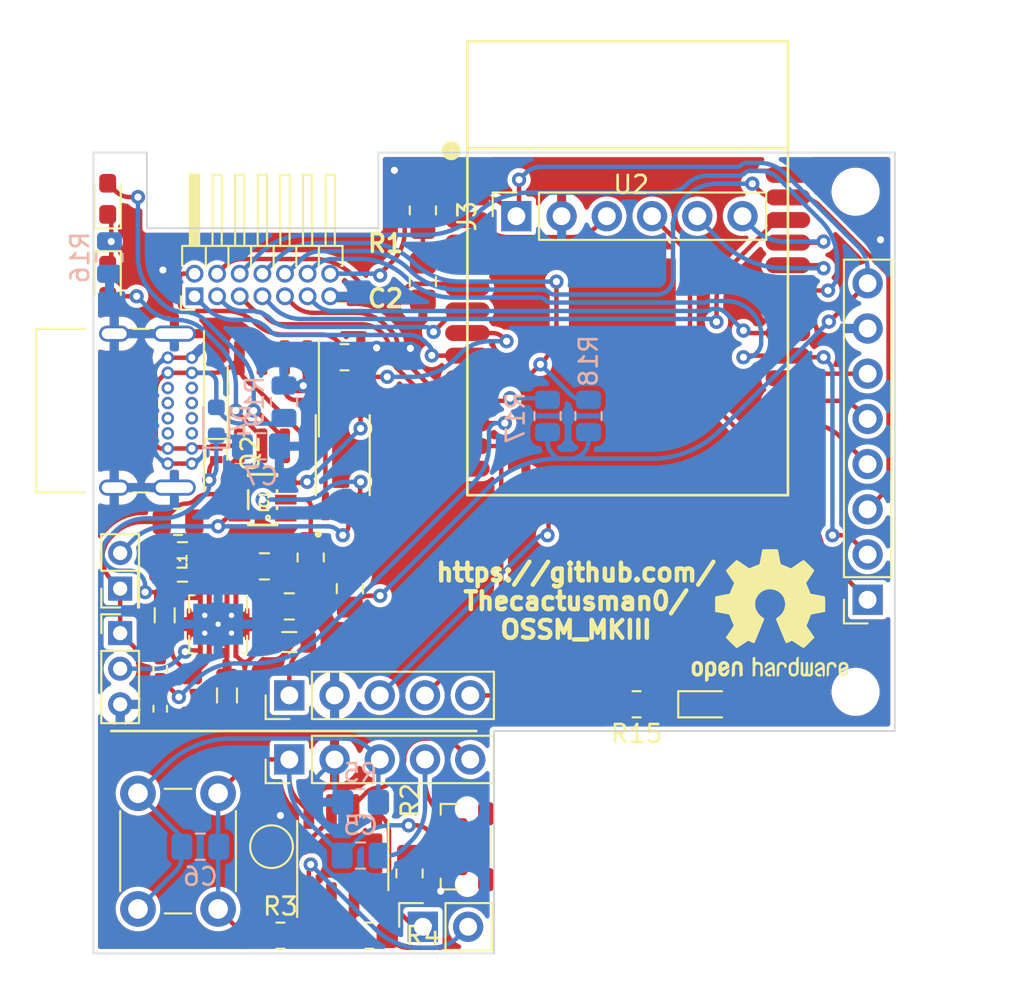
<source format=kicad_pcb>
(kicad_pcb (version 20211014) (generator pcbnew)
  (layers (0 "F.Cu" signal) (31 "B.Cu" signal) (34 "B.Paste" user) (35 "F.Paste" user) (36 "B.SilkS" user "B.Silkscreen") (37 "F.SilkS" user "F.Silkscreen") (38 "B.Mask" user) (39 "F.Mask" user) (44 "Edge.Cuts" user))
  (net 0 "")
  (net 1 "M_OUT")
  (net 2 "-BATT")
  (net 3 "Net-(IC1-Pad2)")
  (net 4 "Net-(R7-Pad1)")
  (net 5 "Net-(IC1-Pad5)")
  (net 6 "+BATT")
  (net 7 "B2")
  (net 8 "Net-(R3-Pad2)")
  (net 9 "+3V3")
  (net 10 "EN")
  (net 11 "B1")
  (net 12 "Net-(M1-Pad2)")
  (net 13 "Net-(M1-Pad1)")
  (net 14 "Net-(C4-Pad1)")
  (net 15 "Net-(D3-Pad2)")
  (net 16 "Net-(D2-Pad2)")
  (net 17 "Net-(D1-Pad1)")
  (net 18 "Net-(IC1-Pad1)")
  (net 19 "Net-(IC1-Pad3)")
  (net 20 "IO2")
  (net 21 "TXD")
  (net 22 "RXD")
  (net 23 "CS")
  (net 25 "SDA")
  (net 26 "SCK")
  (net 27 "ANALOG0")
  (net 28 "RST")
  (net 29 "DC")
  (net 30 "LED")
  (net 31 "IO0")
  (net 32 "ANALOG1")
  (net 39 "ANALOG2")
  (net 40 "Net-(D2-Pad1)")
  (net 41 "Net-(SW3-Pad2)")
  (net 42 "MGPIO0")
  (net 46 "GND")
  (net 47 "Net-(L1-Pad2)")
  (net 48 "Net-(R10-Pad1)")
  (net 49 "Net-(R11-Pad2)")
  (net 50 "VCC_IN")
  (net 51 "M_OUT_M")
  (net 52 "B1_M")
  (net 53 "B2_M")
  (net 54 "MISO")
  (net 55 "MOSI")
  (net 56 "SENSE")
  (net 57 "SCL")
  (net 58 "MGPIO1")
  (net 59 "MGPIO2")
  (net 60 "unconnected-(Q1-Pad1)")
  (net 61 "IO27")
  (net 70 "PSU")
  (footprint "TestPoint:TestPoint_Pad_D2.0mm" (layer "F.Cu") (at 110 89)
    (fp_text reference "TP1" hide)
    (fp_text value "Motor")
  )
  (footprint "Package_TO_SOT_SMD:SOT-883" (layer "F.Cu") (at 106.9 66.9 -90)
    (fp_text reference "Q2")
    (fp_text value "LP0404N3T5G")
  )
  (footprint "MountingHole:MountingHole_2.2mm_M2" (layer "F.Cu") (at 142.8 52.2)
    (fp_text reference "REF**" hide)
    (fp_text value "MountingHole_2.2mm_M2")
  )
  (footprint "Connector_USB:USB_C_Receptacle_GCT_USB4085" (layer "F.Cu") (at 105.525 61.525 -90)
    (fp_text reference "J2" hide)
    (fp_text value "USB_C_Receptacle_USB2.0")
  )
  (footprint "Capacitor_SMD:C_0805_2012Metric_Pad1.18x1.45mm_HandSolder" (layer "F.Cu") (at 111 75.5 180)
    (fp_text reference "C1" hide)
    (fp_text value "22uF")
  )
  (footprint "MountingHole:MountingHole_2.2mm_M2" (layer "F.Cu") (at 142.8 80.3)
    (fp_text reference "REF**" hide)
    (fp_text value "MountingHole_2.2mm_M2")
  )
  (footprint "LED_SMD:LED_0603_1608Metric_Pad1.05x0.95mm_HandSolder" (layer "F.Cu") (at 134.5 81)
    (fp_text reference "D1" hide)
    (fp_text value "Status led")
  )
  (footprint "Package_SO:SOIC-8_3.9x4.9mm_P1.27mm" (layer "F.Cu") (at 114 89.5 90)
    (fp_text reference "U1" hide)
    (fp_text value "Opamp_Dual")
  )
  (footprint "LED_SMD:LED_0603_1608Metric_Pad1.05x0.95mm_HandSolder" (layer "F.Cu") (at 100.8 57.2 -90)
    (fp_text reference "D3" hide)
    (fp_text value "LED")
  )
  (footprint "Connector_PinHeader_2.00mm:PinHeader_2x01_P2.00mm_Vertical" (layer "F.Cu") (at 101.5 74.5 90)
    (fp_text reference "BT1" hide)
    (fp_text value "Battery")
  )
  (footprint "Connector_PinSocket_2.54mm:PinSocket_1x08_P2.54mm_Vertical" (layer "F.Cu") (at 143.475 75.125 180)
    (fp_text reference "J4" hide)
    (fp_text value "Screen")
  )
  (footprint "Resistor_SMD:R_0805_2012Metric_Pad1.20x1.40mm_HandSolder" (layer "F.Cu") (at 118.5 53.25 -90)
    (fp_text reference "R1")
    (fp_text value "10K")
  )
  (footprint "Capacitor_SMD:C_0805_2012Metric_Pad1.18x1.45mm_HandSolder" (layer "F.Cu") (at 118.5 57.25 -90)
    (fp_text reference "C2")
    (fp_text value "1uF")
  )
  (footprint "Resistor_SMD:R_0805_2012Metric" (layer "F.Cu") (at 130.5 81 180)
    (fp_text reference "R15")
    (fp_text value "2K")
  )
  (footprint "Symbol:OSHW-Logo2_9.8x8mm_SilkScreen" (layer "F.Cu") (at 138 76)
    (fp_text reference "REF**" hide)
    (fp_text value "OSHW-Logo2_9.8x8mm_SilkScreen" hide)
  )
  (footprint "Connector_PinSocket_2.54mm:PinSocket_1x02_P2.54mm_Vertical" (layer "F.Cu") (at 118.5 93.5 90)
    (fp_text reference "M1" hide)
    (fp_text value "Motor_DC")
  )
  (footprint "Connector_PinHeader_2.54mm:PinHeader_1x05_P2.54mm_Vertical" (layer "F.Cu") (at 111 80.5 90)
    (fp_text reference "J1" hide)
    (fp_text value "Main")
  )
  (footprint "Connector_PinHeader_2.54mm:PinHeader_1x05_P2.54mm_Vertical" (layer "F.Cu") (at 111 84.1 90)
    (fp_text reference "J5" hide)
    (fp_text value "Button")
  )
  (footprint "ESP32-footprints-Lib:ESP32-WROOM" (layer "F.Cu") (at 130 56.5 180)
    (fp_text reference "U2")
    (fp_text value "ESP32-WROOM")
  )
  (footprint "Connector_PinHeader_1.27mm:PinHeader_2x07_P1.27mm_Horizontal" (layer "F.Cu") (at 105.675 58.075 90)
    (fp_text reference "J6" hide)
    (fp_text value "Conn_02x07_Counter_Clockwise")
  )
  (footprint "Inductor_SMD:L_1008_2520Metric_Pad1.43x2.20mm_HandSolder" (layer "F.Cu") (at 105 73)
    (fp_text reference "L1")
    (fp_text value "2.2uH")
  )
  (footprint "Resistor_SMD:R_0805_2012Metric" (layer "F.Cu") (at 104.75 70.75 180)
    (fp_text reference "R6" hide)
    (fp_text value "100R")
  )
  (footprint "Connector_PinHeader_2.00mm:PinHeader_1x03_P2.00mm_Vertical" (layer "F.Cu") (at 101.5 77)
    (fp_text reference "SW3" hide)
    (fp_text value "SW_SPDT")
  )
  (footprint "Inductor_SMD:L_0805_2012Metric" (layer "F.Cu") (at 105.5 80.5 -90)
    (fp_text reference "R10" hide)
    (fp_text value "250K")
  )
  (footprint "Inductor_SMD:L_0805_2012Metric" (layer "F.Cu") (at 111 77.5 180)
    (fp_text reference "R11" hide)
    (fp_text value "1M")
  )
  (footprint "Package_SO:SOIC-8-1EP_3.9x4.9mm_P1.27mm_EP2.29x3mm" (layer "F.Cu") (at 110.1 64 -90)
    (fp_text reference "U3" hide)
    (fp_text value "TP4056")
  )
  (footprint "LED_SMD:LED_0603_1608Metric_Pad1.05x0.95mm_HandSolder" (layer "F.Cu") (at 100.8 52.6 90)
    (fp_text reference "D2" hide)
    (fp_text value "LED")
  )
  (footprint "Resistor_SMD:R_0402_1005Metric_Pad0.72x0.64mm_HandSolder" (layer "F.Cu") (at 103.75 79 -90)
    (fp_text reference "R13" hide)
    (fp_text value "442K")
  )
  (footprint "Resistor_SMD:R_0805_2012Metric" (layer "F.Cu") (at 114.1 61.5)
    (fp_text reference "R7" hide)
    (fp_text value "TBD")
  )
  (footprint "Resistor_SMD:R_0805_2012Metric" (layer "F.Cu") (at 112.2 72.75 90)
    (fp_text reference "R8" hide)
    (fp_text value "1K")
  )
  (footprint "Capacitor_SMD:C_0805_2012Metric_Pad1.18x1.45mm_HandSolder" (layer "F.Cu") (at 114.4 74.5 90)
    (fp_text reference "C3" hide)
    (fp_text value "0.1uF")
  )
  (footprint "Capacitor_SMD:C_0805_2012Metric_Pad1.18x1.45mm_HandSolder" (layer "F.Cu") (at 109.6 73.25)
    (fp_text reference "C4" hide)
    (fp_text value "0.1uF")
  )
  (footprint "Button_Switch_SMD:SW_Push_1P1T-MP_NO_Horizontal_Alps_SKRTLAE010" (layer "F.Cu") (at 121 89 90)
    (fp_text reference "SW1" hide)
    (fp_text value "SW_Push")
  )
  (footprint "FS8205A:SOP65P640X120-8N" (layer "F.Cu") (at 114 67 90)
    (fp_text reference "Q1" hide)
    (fp_text value "FS8205A")
  )
  (footprint "Resistor_SMD:R_0805_2012Metric_Pad1.20x1.40mm_HandSolder" (layer "F.Cu") (at 110.5 94)
    (fp_text reference "R3")
    (fp_text value "10K")
  )
  (footprint "Inductor_SMD:L_0805_2012Metric" (layer "F.Cu") (at 107.5 80.5 90)
    (fp_text reference "R12" hide)
    (fp_text value "250K")
  )
  (footprint "Resistor_SMD:R_0402_1005Metric_Pad0.72x0.64mm_HandSolder" (layer "F.Cu") (at 103.75 81.25 -90)
    (fp_text reference "R14" hide)
    (fp_text value "160K")
  )
  (footprint "Resistor_SMD:R_0805_2012Metric_Pad1.20x1.40mm_HandSolder" (layer "F.Cu") (at 115.5 94)
    (fp_text reference "R4")
    (fp_text value "10K")
  )
  (footprint "Package_SON:Texas_S-PVSON-N10_ThermalVias" (layer "F.Cu") (at 107 76.5 -90)
    (fp_text reference "U4" hide)
    (fp_text value "TPS61200DRC")
  )
  (footprint "Resistor_SMD:R_0805_2012Metric_Pad1.20x1.40mm_HandSolder" (layer "F.Cu") (at 117.75 90.5 -90)
    (fp_text reference "R2")
    (fp_text value "10K")
  )
  (footprint "Connector_PinSocket_2.54mm:PinSocket_1x06_P2.54mm_Vertical" (layer "F.Cu") (at 123.75 53.575 90)
    (fp_text reference "J3")
    (fp_text value "PROG")
  )
  (footprint "DW01A:SOT23-6" (layer "F.Cu") (at 109.5 69.5 90)
    (property "VALUE" "DW01A")
    (fp_text reference "IC1")
    (fp_text value "DW01A")
  )
  (footprint "Inductor_SMD:L_0805_2012Metric" (layer "F.Cu") (at 104 76 -90)
    (fp_text reference "R9" hide)
    (fp_text value "3.25M")
  )
  (footprint "Button_Switch_THT:SW_PUSH_6mm" (layer "F.Cu") (at 102.5 92.5 90)
    (fp_text reference "SW2" hide)
    (fp_text value "SW_Push")
  )
  (footprint "Resistor_SMD:R_0805_2012Metric" (layer "B.Cu") (at 100.9 55.9 -90)
    (fp_text reference "R16")
    (fp_text value "2K")
  )
  (footprint "Resistor_SMD:R_0805_2012Metric" (layer "B.Cu") (at 110.7 64 -90)
    (fp_text reference "R19")
    (fp_text value "100K")
  )
  (footprint "Capacitor_SMD:C_0805_2012Metric_Pad1.18x1.45mm_HandSolder" (layer "B.Cu") (at 115 89.5 180)
    (fp_text reference "C5")
    (fp_text value "100nF")
  )
  (footprint "Resistor_SMD:R_0805_2012Metric_Pad1.20x1.40mm_HandSolder" (layer "B.Cu") (at 115 86.5 180)
    (fp_text reference "R5")
    (fp_text value "10K")
  )
  (footprint "Resistor_SMD:R_0805_2012Metric" (layer "B.Cu") (at 125.5 64.8 90)
    (fp_text reference "R17")
    (fp_text value "4.7K")
  )
  (footprint "Resistor_SMD:R_0805_2012Metric" (layer "B.Cu") (at 127.8 64.8 90)
    (fp_text reference "R18")
    (fp_text value "4.7K")
  )
  (footprint "Diode_SMD:D_0603_1608Metric" (layer "B.Cu") (at 106.9 65.1 90)
    (fp_text reference "D4")
    (fp_text value "D_Schottky")
  )
  (footprint "Capacitor_SMD:C_0805_2012Metric_Pad1.18x1.45mm_HandSolder" (layer "B.Cu") (at 106 89)
    (fp_text reference "C6")
    (fp_text value "100nF")
  )
  (footprint "Capacitor_SMD:C_0805_2012Metric_Pad1.18x1.45mm_HandSolder" (layer "B.Cu") (at 109.4 66.5)
    (fp_text reference "C7")
    (fp_text value "1uF")
  )
  (gr_line (start 121.5 82.5) (end 101 82.5) (layer "F.SilkS") (width 0.15))
  (gr_line (start 122.5 95) (end 122.5 82.5) (layer "Edge.Cuts") (width 0.1))
  (gr_line (start 116 50) (end 145 50) (layer "Edge.Cuts") (width 0.1))
  (gr_line (start 145 82.5) (end 122.5 82.5) (layer "Edge.Cuts") (width 0.1))
  (gr_line (start 145 50) (end 145 82.5) (layer "Edge.Cuts") (width 0.1))
  (gr_line (start 116 54.25) (end 103 54.25) (layer "Edge.Cuts") (width 0.1))
  (gr_line (start 100 82.5) (end 100 50) (layer "Edge.Cuts") (width 0.1))
  (gr_line (start 116 50) (end 116 54.25) (layer "Edge.Cuts") (width 0.1))
  (gr_line (start 103 50) (end 100 50) (layer "Edge.Cuts") (width 0.1))
  (gr_line (start 100 95) (end 122.5 95) (layer "Edge.Cuts") (width 0.1))
  (gr_line (start 100 82.5) (end 100 95) (layer "Edge.Cuts") (width 0.1))
  (gr_line (start 103 54.25) (end 103 50) (layer "Edge.Cuts") (width 0.1))
  (gr_text "https://github.com/\nThecactusman0/\nOSSM_MKIII" (at 127.1 75.2) (layer "F.SilkS") (effects (font (size 1 1) (thickness 0.25))))
  (segment (start 114.767961 86.515966) (end 115.319448 85.964479) (width 0.25) (layer "F.Cu") (net 1))
  (segment (start 120.572744 83.512744) (end 121.16 84.1) (width 0.25) (layer "F.Cu") (net 1))
  (segment (start 118.619998 82.925489) (end 119.154984 82.925489) (width 0.25) (layer "F.Cu") (net 1))
  (segment (start 113.553036 87.025) (end 114.446964 87.025) (width 0.25) (layer "F.Cu") (net 1))
  (segment (start 110.883036 89) (end 110 89) (width 0.25) (layer "F.Cu") (net 1))
  (segment (start 117.101482 84.930505) (end 116.596466 85.43552) (width 0.25) (layer "F.Cu") (net 1))
  (segment (start 112.390472 88.375599) (end 113.232038 87.534033) (width 0.25) (layer "F.Cu") (net 1))
  (arc (start 113.365 87.213036) (mid 113.420074 87.080074) (end 113.553036 87.025) (width 0.25) (layer "F.Cu") (net 1))
  (arc (start 115.957958 85.7) (mid 116.303516 85.631263) (end 116.596466 85.43552) (width 0.25) (layer "F.Cu") (net 1))
  (arc (start 113.365 87.213036) (mid 113.330444 87.386758) (end 113.232038 87.534033) (width 0.25) (layer "F.Cu") (net 1))
  (arc (start 117.445489 84.1) (mid 117.534893 83.650533) (end 117.789495 83.269495) (width 0.25) (layer "F.Cu") (net 1))
  (arc (start 114.446964 87.025) (mid 114.579925 86.969925) (end 114.635 86.836964) (width 0.25) (layer "F.Cu") (net 1))
  (arc (start 114.767961 86.515966) (mid 114.669555 86.663241) (end 114.635 86.836964) (width 0.25) (layer "F.Cu") (net 1))
  (arc (start 120.572744 83.512744) (mid 119.92227 83.078111) (end 119.154984 82.925489) (width 0.25) (layer "F.Cu") (net 1))
  (arc (start 117.101482 84.930505) (mid 117.356084 84.549466) (end 117.445489 84.1) (width 0.25) (layer "F.Cu") (net 1))
  (arc (start 118.619998 82.925489) (mid 118.170533 83.014893) (end 117.789495 83.269495) (width 0.25) (layer "F.Cu") (net 1))
  (arc (start 115.319448 85.964479) (mid 115.612399 85.768735) (end 115.957958 85.7) (width 0.25) (layer "F.Cu") (net 1))
  (arc (start 112.390472 88.375599) (mid 111.698854 88.837723) (end 110.883036 89) (width 0.25) (layer "F.Cu") (net 1))
  (segment (start 114.1625 71.3375) (end 114 71.5) (width 0.25) (layer "F.Cu") (net 2))
  (segment (start 107.32019 70.679809) (end 107 71) (width 0.25) (layer "F.Cu") (net 2))
  (segment (start 114.325 69.88) (end 113.675 69.88) (width 0.25) (layer "F.Cu") (net 2))
  (segment (start 107.875 70.45) (end 108.2 70.45) (width 0.25) (layer "F.Cu") (net 2))
  (segment (start 114.325 69.88) (end 114.325 70.94519) (width 0.25) (layer "F.Cu") (net 2))
  (via (at 114 71.5) (size 0.8) (drill 0.4) (layers "F.Cu" "B.Cu") (net 2))
  (via (at 107 71) (size 0.8) (drill 0.4) (layers "F.Cu" "B.Cu") (net 2))
  (arc (start 114.1625 71.3375) (mid 114.282767 71.157506) (end 114.325 70.94519) (width 0.25) (layer "F.Cu") (net 2))
  (arc (start 107.32019 70.679809) (mid 107.574739 70.509725) (end 107.875 70.45) (width 0.25) (layer "F.Cu") (net 2))
  (segment (start 113.146446 71) (end 107 71) (width 0.25) (layer "B.Cu") (net 2))
  (segment (start 102.25 71.75) (end 101.5 72.5) (width 0.25) (layer "B.Cu") (net 2))
  (segment (start 107 71) (end 104.06066 71) (width 0.25) (layer "B.Cu") (net 2))
  (segment (start 113.75 71.25) (end 114 71.5) (width 0.25) (layer "B.Cu") (net 2))
  (arc (start 104.06066 71) (mid 103.080737 71.194918) (end 102.25 71.75) (width 0.25) (layer "B.Cu") (net 2))
  (arc (start 113.75 71.25) (mid 113.473087 71.064972) (end 113.146446 71) (width 0.25) (layer "B.Cu") (net 2))
  (segment (start 111.858578 69.5) (end 110.8 69.5) (width 0.25) (layer "F.Cu") (net 3))
  (segment (start 112.2 69.841421) (end 112.2 71.8375) (width 0.25) (layer "F.Cu") (net 3))
  (arc (start 112.2 69.841421) (mid 112.17401 69.710764) (end 112.1 69.6) (width 0.25) (layer "F.Cu") (net 3))
  (arc (start 111.858578 69.5) (mid 111.989234 69.525989) (end 112.1 69.6) (width 0.25) (layer "F.Cu") (net 3))
  (segment (start 112.50048 63.557759) (end 112.50048 63.458408) (width 0.25) (layer "F.Cu") (net 4))
  (segment (start 113.1875 62.044479) (end 113.1875 61.5) (width 0.25) (layer "F.Cu") (net 4))
  (segment (start 112.158239 63.9) (end 111.358093 63.9) (width 0.25) (layer "F.Cu") (net 4))
  (segment (start 110.735 63.276906) (end 110.735 61.525) (width 0.25) (layer "F.Cu") (net 4))
  (segment (start 112.843989 62.873785) (end 112.670971 63.046804) (width 0.25) (layer "F.Cu") (net 4))
  (arc (start 112.50048 63.557759) (mid 112.474428 63.688729) (end 112.40024 63.79976) (width 0.25) (layer "F.Cu") (net 4))
  (arc (start 112.40024 63.79976) (mid 112.289209 63.873948) (end 112.158239 63.9) (width 0.25) (layer "F.Cu") (net 4))
  (arc (start 113.1875 62.044479) (mid 113.098224 62.493296) (end 112.843989 62.873785) (width 0.25) (layer "F.Cu") (net 4))
  (arc (start 110.735 63.276906) (mid 110.78243 63.515353) (end 110.9175 63.7175) (width 0.25) (layer "F.Cu") (net 4))
  (arc (start 112.670971 63.046804) (mid 112.544789 63.235649) (end 112.50048 63.458408) (width 0.25) (layer "F.Cu") (net 4))
  (arc (start 110.9175 63.7175) (mid 111.119645 63.852569) (end 111.358093 63.9) (width 0.25) (layer "F.Cu") (net 4))
  (segment (start 106.4573 69.955199) (end 105.6625 70.75) (width 0.25) (layer "F.Cu") (net 5))
  (segment (start 107.55625 69.5) (end 108.2 69.5) (width 0.25) (layer "F.Cu") (net 5))
  (arc (start 107.55625 69.5) (mid 106.961502 69.618302) (end 106.4573 69.955199) (width 0.25) (layer "F.Cu") (net 5))
  (segment (start 107.119222 68.980777) (end 107.028744 69.071255) (width 0.25) (layer "F.Cu") (net 6))
  (segment (start 107.275489 68.3875) (end 107.275489 68.603516) (width 0.25) (layer "F.Cu") (net 6))
  (segment (start 103.8375 70.75) (end 104.636282 69.951216) (width 0.25) (layer "F.Cu") (net 6))
  (segment (start 101.5 77) (end 102.602863 78.102863) (width 0.25) (layer "F.Cu") (net 6))
  (segment (start 103.32625 78.4025) (end 103.75 78.4025) (width 0.25) (layer "F.Cu") (net 6))
  (segment (start 107.1625 66.5125) (end 107.125 66.55) (width 0.25) (layer "F.Cu") (net 6))
  (segment (start 105.726234 69.499743) (end 105.765967 69.460011) (width 0.25) (layer "F.Cu") (net 6))
  (segment (start 103.8375 70.75) (end 102.781508 70.75) (width 0.25) (layer "F.Cu") (net 6))
  (segment (start 107.584502 67.641475) (end 107.998432 67.227545) (width 0.25) (layer "F.Cu") (net 6))
  (segment (start 101.5 77) (end 101.5 74.853726) (width 0.25) (layer "F.Cu") (net 6))
  (segment (start 100.999755 73.999755) (end 101.249877 74.249877) (width 0.25) (layer "F.Cu") (net 6))
  (segment (start 108.195 66.752989) (end 108.195 66.475) (width 0.25) (layer "F.Cu") (net 6))
  (segment (start 100.999755 71.58672) (end 101.168238 71.418238) (width 0.25) (layer "F.Cu") (net 6))
  (segment (start 107.253033 66.475) (end 107.83 66.475) (width 0.25) (layer "F.Cu") (net 6))
  (segment (start 106.692943 69.194542) (end 106.406865 69.194542) (width 0.25) (layer "F.Cu") (net 6))
  (arc (start 107.275489 68.603516) (mid 107.234876 68.807688) (end 107.119222 68.980777) (width 0.25) (layer "F.Cu") (net 6))
  (arc (start 100.999755 71.58672) (mid 100.629882 72.140275) (end 100.5 72.793238) (width 0.25) (layer "F.Cu") (net 6))
  (arc (start 107.253033 66.475) (mid 107.204036 66.484745) (end 107.1625 66.5125) (width 0.25) (layer "F.Cu") (net 6))
  (arc (start 107.584502 67.641475) (mid 107.355798 67.983754) (end 107.275489 68.3875) (width 0.25) (layer "F.Cu") (net 6))
  (arc (start 106.874469 69.165793) (mid 106.784837 69.18731) (end 106.692943 69.194542) (width 0.25) (layer "F.Cu") (net 6))
  (arc (start 102.781508 70.75) (mid 101.908412 70.923669) (end 101.168238 71.418238) (width 0.25) (layer "F.Cu") (net 6))
  (arc (start 100.999755 73.999755) (mid 100.629882 73.4462) (end 100.5 72.793238) (width 0.25) (layer "F.Cu") (net 6))
  (arc (start 105.726234 69.499743) (mid 105.476197 69.666812) (end 105.181258 69.72548) (width 0.25) (layer "F.Cu") (net 6))
  (arc (start 101.249877 74.249877) (mid 101.434995 74.526925) (end 101.5 74.853726) (width 0.25) (layer "F.Cu") (net 6))
  (arc (start 105.181258 69.72548) (mid 104.886319 69.784146) (end 104.636282 69.951216) (width 0.25) (layer "F.Cu") (net 6))
  (arc (start 107.83 66.475) (mid 108.088093 66.581906) (end 108.195 66.84) (width 0.25) (layer "F.Cu") (net 6))
  (arc (start 108.195 66.752989) (mid 108.143913 67.009817) (end 107.998432 67.227545) (width 0.25) (layer "F.Cu") (net 6))
  (arc (start 103.32625 78.4025) (mid 102.934755 78.324626) (end 102.602863 78.102863) (width 0.25) (layer "F.Cu") (net 6))
  (arc (start 107.028744 69.071255) (mid 106.957201 69.127654) (end 106.874469 69.165793) (width 0.25) (layer "F.Cu") (net 6))
  (arc (start 106.406865 69.194542) (mid 106.060013 69.263535) (end 105.765967 69.460011) (width 0.25) (layer "F.Cu") (net 6))
  (segment (start 104.9625 88.8125) (end 104.9625 88.975) (width 0.25) (layer "B.Cu") (net 7))
  (segment (start 104.9625 89.471875) (end 104.9625 89.503125) (width 0.25) (layer "B.Cu") (net 7))
  (segment (start 104.037255 84.462744) (end 102.5 86) (width 0.25) (layer "B.Cu") (net 7))
  (segment (start 104.9625 88.8125) (end 104.9625 88.73125) (width 0.25) (layer "B.Cu") (net 7))
  (segment (start 104.9625 89.45625) (end 104.9625 89.471875) (width 0.25) (layer "B.Cu") (net 7))
  (segment (start 104.9625 89.39375) (end 104.9625 89.45625) (width 0.25) (layer "B.Cu") (net 7))
  (segment (start 104.9625 89.33125) (end 104.9625 89.39375) (width 0.25) (layer "B.Cu") (net 7))
  (segment (start 104.9625 89.096875) (end 104.9625 89.190625) (width 0.25) (layer "B.Cu") (net 7))
  (segment (start 104.9625 89.26875) (end 104.9625 89.33125) (width 0.25) (layer "B.Cu") (net 7))
  (segment (start 116 84.236568) (end 116 86.5) (width 0.25) (layer "B.Cu") (net 7))
  (segment (start 104.772465 88.272465) (end 102.5 86) (width 0.25) (layer "B.Cu") (net 7))
  (segment (start 104.9625 89.20625) (end 104.9625 89.26875) (width 0.25) (layer "B.Cu") (net 7))
  (segment (start 104.595688 90.404311) (end 102.5 92.5) (width 0.25) (layer "B.Cu") (net 7))
  (segment (start 115.492744 83.512744) (end 116.04 84.06) (width 0.25) (layer "B.Cu") (net 7))
  (segment (start 104.9625 88.975) (end 104.9625 89.096875) (width 0.25) (layer "B.Cu") (net 7))
  (segment (start 107.748518 82.925489) (end 114.074984 82.925489) (width 0.25) (layer "B.Cu") (net 7))
  (segment (start 104.9625 89.190625) (end 104.9625 89.20625) (width 0.25) (layer "B.Cu") (net 7))
  (segment (start 104.9625 89.51875) (end 104.9625 89.503125) (width 0.25) (layer "B.Cu") (net 7))
  (arc (start 104.9625 89.51875) (mid 104.867168 89.998012) (end 104.595688 90.404311) (width 0.25) (layer "B.Cu") (net 7))
  (arc (start 116.04 84.06) (mid 116.056568 84.1) (end 116.04 84.14) (width 0.25) (layer "B.Cu") (net 7))
  (arc (start 114.074984 82.925489) (mid 114.84227 83.078111) (end 115.492744 83.512744) (width 0.25) (layer "B.Cu") (net 7))
  (arc (start 104.772465 88.272465) (mid 104.913111 88.482957) (end 104.9625 88.73125) (width 0.25) (layer "B.Cu") (net 7))
  (arc (start 116 84.236568) (mid 116.010395 84.184305) (end 116.04 84.14) (width 0.25) (layer "B.Cu") (net 7))
  (arc (start 107.748518 82.925489) (mid 105.739997 83.325008) (end 104.037255 84.462744) (width 0.25) (layer "B.Cu") (net 7))
  (segment (start 114.40454 94) (end 111.5 94) (width 0.25) (layer "F.Cu") (net 8))
  (segment (start 114.635 93.76954) (end 114.635 91.975) (width 0.25) (layer "F.Cu") (net 8))
  (arc (start 114.635 93.76954) (mid 114.617457 93.857733) (end 114.5675 93.9325) (width 0.25) (layer "F.Cu") (net 8))
  (arc (start 114.40454 94) (mid 114.492733 93.982457) (end 114.5675 93.9325) (width 0.25) (layer "F.Cu") (net 8))
  (segment (start 123.9 53.318933) (end 123.9 51.5255) (width 0.25) (layer "F.Cu") (net 9))
  (segment (start 111 79.3138) (end 111 80.5) (width 0.25) (layer "F.Cu") (net 9))
  (segment (start 109.95 84.1) (end 111 84.1) (width 0.25) (layer "F.Cu") (net 9))
  (segment (start 121.616315 52.52) (end 121.420952 52.52) (width 0.25) (layer "F.Cu") (net 9))
  (segment (start 111.53125 78.03125) (end 112.05 77.5125) (width 0.25) (layer "F.Cu") (net 9))
  (segment (start 112.0375 75.5) (end 111.337283 74.799783) (width 0.25) (layer "F.Cu") (net 9))
  (segment (start 109.72548 73.096711) (end 109.72548 73.981845) (width 0.25) (layer "F.Cu") (net 9))
  (segment (start 121.794 52.52) (end 121.789999 52.52) (width 0.25) (layer "F.Cu") (net 9))
  (segment (start 121.870001 52.52) (end 121.862 52.52) (width 0.25) (layer "F.Cu") (net 9))
  (segment (start 121.789999 52.52) (end 121.765998 52.52) (width 0.25) (layer "F.Cu") (net 9))
  (segment (start 121.858 52.52) (end 121.842 52.52) (width 0.25) (layer "F.Cu") (net 9))
  (segment (start 114.71875 75.21875) (end 114.41875 75.51875) (width 0.25) (layer "F.Cu") (net 9))
  (segment (start 123.1475 53.0475) (end 123.675 53.575) (width 0.25) (layer "F.Cu") (net 9))
  (segment (start 119.900447 89) (end 120.1 89) (width 0.25) (layer "F.Cu") (net 9))
  (segment (start 119.19137 52.52) (end 119.037735 52.52) (width 0.25) (layer "F.Cu") (net 9))
  (segment (start 121.826 52.52) (end 121.81 52.52) (width 0.25) (layer "F.Cu") (net 9))
  (segment (start 116.78774 56.11226) (end 116.135355 56.764644) (width 0.25) (layer "F.Cu") (net 9))
  (segment (start 123.825 53.5) (end 123.75 53.575) (width 0.25) (layer "F.Cu") (net 9))
  (segment (start 116.1 56.9) (end 116.1 56.85) (width 0.25) (layer "F.Cu") (net 9))
  (segment (start 111.5475 86.4775) (end 112.095 87.025) (width 0.25) (layer "F.Cu") (net 9))
  (segment (start 121.29127 52.52) (end 120.836542 52.52) (width 0.25) (layer "F.Cu") (net 9))
  (segment (start 116.1 74.9) (end 115.48828 74.9) (width 0.25) (layer "F.Cu") (net 9))
  (segment (start 121.842 52.52) (end 121.826 52.52) (width 0.25) (layer "F.Cu") (net 9))
  (segment (start 121.862 52.52) (end 121.858 52.52) (width 0.25) (layer "F.Cu") (net 9))
  (segment (start 108.331407 72.20048) (end 108.829248 72.20048) (width 0.25) (layer "F.Cu") (net 9))
  (segment (start 119.037735 52.52) (end 118.960918 52.52) (width 0.25) (layer "F.Cu") (net 9))
  (segment (start 107.5 73.031887) (end 107.5 75.025) (width 0.25) (layer "F.Cu") (net 9))
  (segment (start 119.543505 52.52) (end 119.300141 52.52) (width 0.25) (layer "F.Cu") (net 9))
  (segment (start 120.317811 52.52) (end 119.882728 52.52) (width 0.25) (layer "F.Cu") (net 9))
  (segment (start 121.745998 52.52) (end 121.681996 52.52) (width 0.25) (layer "F.Cu") (net 9))
  (segment (start 141.327071 59.492928) (end 143.475 57.345) (width 0.25) (layer "F.Cu") (net 9))
  (segment (start 121.420952 52.52) (end 121.29127 52.52) (width 0.25) (layer "F.Cu") (net 9))
  (segment (start 119.55979 88.858895) (end 118.784054 88.083159) (width 0.25) (layer "F.Cu") (net 9))
  (segment (start 111 85.155718) (end 111 84.1) (width 0.25) (layer "F.Cu") (net 9))
  (segment (start 121.81 52.52) (end 121.794 52.52) (width 0.25) (layer "F.Cu") (net 9))
  (segment (start 120.752894 52.52) (end 120.836542 52.52) (width 0.25) (layer "F.Cu") (net 9))
  (segment (start 109 94) (end 109.5 94) (width 0.25) (layer "F.Cu") (net 9))
  (segment (start 112.0375 77.457322) (end 112.0375 75.5) (width 0.25) (layer "F.Cu") (net 9))
  (segment (start 118.365 52.385) (end 117.98774 52.76226) (width 0.25) (layer "F.Cu") (net 9))
  (segment (start 110.49399 74.45048) (end 110.194114 74.45048) (width 0.25) (layer "F.Cu") (net 9))
  (segment (start 119.786869 52.52) (end 119.543505 52.52) (width 0.25) (layer "F.Cu") (net 9))
  (segment (start 121.616315 52.52) (end 121.681996 52.52) (width 0.25) (layer "F.Cu") (net 9))
  (segment (start 121.870001 52.52) (end 121.874002 52.52) (width 0.25) (layer "F.Cu") (net 9))
  (segment (start 121.745998 52.52) (end 121.765998 52.52) (width 0.25) (layer "F.Cu") (net 9))
  (segment (start 117.47548 53.998965) (end 117.47548 54.451908) (width 0.25) (layer "F.Cu") (net 9))
  (segment (start 120.752894 52.52) (end 120.317811 52.52) (width 0.25) (layer "F.Cu") (net 9))
  (segment (start 119.882728 52.52) (end 119.786869 52.52) (width 0.25) (layer "F.Cu") (net 9))
  (segment (start 119.19137 52.52) (end 119.300141 52.52) (width 0.25) (layer "F.Cu") (net 9))
  (segment (start 108.146446 93.646446) (end 107 92.5) (width 0.25) (layer "F.Cu") (net 9))
  (segment (start 141.3 59.5) (end 141.31 59.5) (width 0.25) (layer "F.Cu") (net 9))
  (segment (start 112.0375 75.5) (end 114.335983 75.5) (width 0.25) (layer "F.Cu") (net 9))
  (segment (start 108.157537 84.842462) (end 107 86) (width 0.25) (layer "F.Cu") (net 9))
  (segment (start 118.100447 87.8) (end 117.7 87.8) (width 0.25) (layer "F.Cu") (net 9))
  (via (at 141.3 59.5) (size 0.8) (drill 0.4) (layers "F.Cu" "B.Cu") (net 9))
  (via (at 117.7 87.8) (size 0.8) (drill 0.4) (layers "F.Cu" "B.Cu") (net 9))
  (via (at 116.1 74.9) (size 0.8) (drill 0.4) (layers "F.Cu" "B.Cu") (net 9))
  (via (at 123.9 51.5255) (size 0.8) (drill 0.4) (layers "F.Cu" "B.Cu") (net 9))
  (via (at 116.1 56.9) (size 0.8) (drill 0.4) (layers "F.Cu" "B.Cu") (net 9))
  (arc (start 119.55979 88.858895) (mid 119.716084 88.963328) (end 119.900447 89) (width 0.25) (layer "F.Cu") (net 9))
  (arc (start 121.874002 52.52) (mid 122.563214 52.657092) (end 123.1475 53.0475) (width 0.25) (layer "F.Cu") (net 9))
  (arc (start 114.335983 75.5) (mid 114.360481 75.504872) (end 114.38125 75.51875) (width 0.25) (layer "F.Cu") (net 9))
  (arc (start 109.46298 72.46298) (mid 109.657258 72.753738) (end 109.72548 73.096711) (width 0.25) (layer "F.Cu") (net 9))
  (arc (start 117.47548 53.998965) (mid 117.608612 53.329665) (end 117.98774 52.76226) (width 0.25) (layer "F.Cu") (net 9))
  (arc (start 118.635 52.385) (mid 118.5 52.329081) (end 118.365 52.385) (width 0.25) (layer "F.Cu") (net 9))
  (arc (start 111.53125 78.03125) (mid 111.138067 78.619689) (end 111 79.3138) (width 0.25) (layer "F.Cu") (net 9))
  (arc (start 114.71875 75.21875) (mid 115.071813 74.98284) (end 115.48828 74.9) (width 0.25) (layer "F.Cu") (net 9))
  (arc (start 109 94) (mid 108.53806 93.908114) (end 108.146446 93.646446) (width 0.25) (layer "F.Cu") (net 9))
  (arc (start 118.784054 88.083159) (mid 118.470412 87.87359) (end 118.100447 87.8) (width 0.25) (layer "F.Cu") (net 9))
  (arc (start 117.47548 54.451908) (mid 117.296742 55.350484) (end 116.78774 56.11226) (width 0.25) (layer "F.Cu") (net 9))
  (arc (start 109.95 84.1) (mid 108.979926 84.292959) (end 108.157537 84.842462) (width 0.25) (layer "F.Cu") (net 9))
  (arc (start 110.49399 74.45048) (mid 110.950377 74.54126) (end 111.337283 74.799783) (width 0.25) (layer "F.Cu") (net 9))
  (arc (start 141.327071 59.492928) (mid 141.319238 59.498162) (end 141.31 59.5) (width 0.25) (layer "F.Cu") (net 9))
  (arc (start 107.743513 72.443993) (mid 108.013241 72.263766) (end 108.331407 72.20048) (width 0.25) (layer "F.Cu") (net 9))
  (arc (start 112.0375 77.457322) (mid 112.040748 77.473654) (end 112.05 77.4875) (width 0.25) (layer "F.Cu") (net 9))
  (arc (start 123.9 53.318933) (mid 123.880508 53.416925) (end 123.825 53.5) (width 0.25) (layer "F.Cu") (net 9))
  (arc (start 111.5475 86.4775) (mid 111.14229 85.871061) (end 111 85.155718) (width 0.25) (layer "F.Cu") (net 9))
  (arc (start 109.86274 74.31322) (mid 109.761152 74.161183) (end 109.72548 73.981845) (width 0.25) (layer "F.Cu") (net 9))
  (arc (start 112.05 77.4875) (mid 112.055177 77.5) (end 112.05 77.5125) (width 0.25) (layer "F.Cu") (net 9))
  (arc (start 114.38125 75.51875) (mid 114.4 75.526516) (end 114.41875 75.51875) (width 0.25) (layer "F.Cu") (net 9))
  (arc (start 109.46298 72.46298) (mid 109.172221 72.268701) (end 108.829248 72.20048) (width 0.25) (layer "F.Cu") (net 9))
  (arc (start 109.86274 74.31322) (mid 110.014775 74.414807) (end 110.194114 74.45048) (width 0.25) (layer "F.Cu") (net 9))
  (arc (start 107.743513 72.443993) (mid 107.563286 72.713721) (end 107.5 73.031887) (width 0.25) (layer "F.Cu") (net 9))
  (arc (start 116.135355 56.764644) (mid 116.109188 56.803805) (end 116.1 56.85) (width 0.25) (layer "F.Cu") (net 9))
  (arc (start 118.635 52.385) (mid 118.784532 52.484914) (end 118.960918 52.52) (width 0.25) (layer "F.Cu") (net 9))
  (segment (start 125.5 66.254326) (end 125.5 65.7125) (width 0.25) (layer "B.Cu") (net 9))
  (segment (start 111 85.31875) (end 111 84.1) (width 0.25) (layer "B.Cu") (net 9))
  (segment (start 127.8 66.175735) (end 127.8 65.7125) (width 0.25) (layer "B.Cu") (net 9))
  (segment (start 111.861786 87.399286) (end 113.9625 89.5) (width 0.25) (layer "B.Cu") (net 9))
  (segment (start 107 86) (end 107 92.5) (width 0.25) (layer "B.Cu") (net 9))
  (segment (start 116.0525 56.8525) (end 116.1 56.9) (width 0.25) (layer "B.Cu") (net 9))
  (segment (start 136.131253 50.8) (end 125.138505 50.8) (width 0.25) (layer "B.Cu") (net 9))
  (segment (start 115.937824 56.805) (end 113.295 56.805) (width 0.25) (layer "B.Cu") (net 9))
  (segment (start 114.942134 88.520365) (end 113.9625 89.5) (width 0.25) (layer "B.Cu") (net 9))
  (segment (start 123.9 51.5255) (end 124.26275 51.16275) (width 0.25) (layer "B.Cu") (net 9))
  (segment (start 126.053963 67.2) (end 125.776981 66.923018) (width 0.25) (layer "B.Cu") (net 9))
  (segment (start 127.624264 67.2) (end 126.775735 67.2) (width 0.25) (layer "B.Cu") (net 9))
  (segment (start 135.193792 65.606207) (end 141.3 59.5) (width 0.25) (layer "B.Cu") (net 9))
  (segment (start 143.475 56.579834) (end 143.475 57.345) (width 0.25) (layer "B.Cu") (net 9))
  (segment (start 142.933945 55.273613) (end 138.845332 51.185) (width 0.25) (layer "B.Cu") (net 9))
  (segment (start 126.053963 67.2) (end 126.775735 67.2) (width 0.25) (layer "B.Cu") (net 9))
  (segment (start 136.672114 50.575969) (end 137.375 50.575969) (width 0.25) (layer "B.Cu") (net 9))
  (segment (start 116.68125 87.8) (end 117.7 87.8) (width 0.25) (layer "B.Cu") (net 9))
  (segment (start 131.346036 67.2) (end 127.624264 67.2) (width 0.25) (layer "B.Cu") (net 9))
  (segment (start 116.1 74.9) (end 122.206207 68.793792) (width 0.25) (layer "B.Cu") (net 9))
  (arc (start 111.861786 87.399286) (mid 111.22397 86.444728) (end 111 85.31875) (width 0.25) (layer "B.Cu") (net 9))
  (arc (start 124.26275 51.16275) (mid 124.66455 50.894275) (end 125.138505 50.8) (width 0.25) (layer "B.Cu") (net 9))
  (arc (start 135.193792 65.606207) (mid 133.428426 66.785786) (end 131.346036 67.2) (width 0.25) (layer "B.Cu") (net 9))
  (arc (start 126.053963 67.2) (mid 123.971572 67.614213) (end 122.206207 68.793792) (width 0.25) (layer "B.Cu") (net 9))
  (arc (start 136.401684 50.687984) (mid 136.525758 50.60508) (end 136.672114 50.575969) (width 0.25) (layer "B.Cu") (net 9))
  (arc (start 114.942134 88.520365) (mid 115.740047 87.987216) (end 116.68125 87.8) (width 0.25) (layer "B.Cu") (net 9))
  (arc (start 125.5 66.254326) (mid 125.571985 66.616219) (end 125.776981 66.923018) (width 0.25) (layer "B.Cu") (net 9))
  (arc (start 138.845332 51.185) (mid 138.170738 50.73425) (end 137.375 50.575969) (width 0.25) (layer "B.Cu") (net 9))
  (arc (start 127.5 66.9) (mid 127.722032 66.567704) (end 127.8 66.175735) (width 0.25) (layer "B.Cu") (net 9))
  (arc (start 116.0525 56.8525) (mid 115.999886 56.817344) (end 115.937824 56.805) (width 0.25) (layer "B.Cu") (net 9))
  (arc (start 127.5 66.9) (mid 127.461905 67.091515) (end 127.624264 67.2) (width 0.25) (layer "B.Cu") (net 9))
  (arc (start 142.933945 55.273613) (mid 143.334384 55.872912) (end 143.475 56.579834) (width 0.25) (layer "B.Cu") (net 9))
  (arc (start 127.5 66.9) (mid 127.167704 67.122032) (end 126.775735 67.2) (width 0.25) (layer "B.Cu") (net 9))
  (arc (start 136.131253 50.8) (mid 136.277609 50.770887) (end 136.401684 50.687984) (width 0.25) (layer "B.Cu") (net 9))
  (segment (start 121.312668 53.79) (end 121.273584 53.79) (width 0.25) (layer "F.Cu") (net 10))
  (segment (start 120.843666 53.79) (end 120.687332 53.79) (width 0.25) (layer "F.Cu") (net 10))
  (segment (start 121.846425 54.011089) (end 122.105091 54.269755) (width 0.25) (layer "F.Cu") (net 10))
  (segment (start 119.981357 53.79) (end 120.257413 53.79) (width 0.25) (layer "F.Cu") (net 10))
  (segment (start 120.491914 53.79) (end 120.257413 53.79) (width 0.25) (layer "F.Cu") (net 10))
  (segment (start 128.242744 54.162255) (end 128.83 53.575) (width 0.25) (layer "F.Cu") (net 10))
  (segment (start 119.517298 53.79) (end 119.285269 53.79) (width 0.25) (layer "F.Cu") (net 10))
  (segment (start 121.156334 53.79) (end 121 53.79) (width 0.25) (layer "F.Cu") (net 10))
  (segment (start 126.824984 54.749511) (end 123.263323 54.749511) (width 0.25) (layer "F.Cu") (net 10))
  (segment (start 120.491914 53.79) (end 120.530998 53.79) (width 0.25) (layer "F.Cu") (net 10))
  (segment (start 121 53.79) (end 120.843666 53.79) (width 0.25) (layer "F.Cu") (net 10))
  (segment (start 121.273584 53.79) (end 121.195417 53.79) (width 0.25) (layer "F.Cu") (net 10))
  (segment (start 119.981357 53.79) (end 119.517298 53.79) (width 0.25) (layer "F.Cu") (net 10))
  (segment (start 118.5 54.575269) (end 118.5 56.2125) (width 0.25) (layer "F.Cu") (net 10))
  (segment (start 120.687332 53.79) (end 120.530998 53.79) (width 0.25) (layer "F.Cu") (net 10))
  (segment (start 121.195417 53.79) (end 121.156334 53.79) (width 0.25) (layer "F.Cu") (net 10))
  (arc (start 118.5 54.575269) (mid 118.559775 54.274759) (end 118.73 54.02) (width 0.25) (layer "F.Cu") (net 10))
  (arc (start 121.312668 53.79) (mid 121.601535 53.847459) (end 121.846425 54.011089) (width 0.25) (layer "F.Cu") (net 10))
  (arc (start 118.73 54.02) (mid 118.984759 53.849775) (end 119.285269 53.79) (width 0.25) (layer "F.Cu") (net 10))
  (arc (start 126.824984 54.749511) (mid 127.59227 54.596888) (end 128.242744 54.162255) (width 0.25) (layer "F.Cu") (net 10))
  (arc (start 123.263323 54.749511) (mid 122.636492 54.624826) (end 122.105091 54.269755) (width 0.25) (layer "F.Cu") (net 10))
  (segment (start 120.239043 90.225) (end 120.104706 90.225) (width 0.25) (layer "F.Cu") (net 11))
  (segment (start 121.32452 89.114464) (end 121.32452 89.1162) (width 0.25) (layer "F.Cu") (net 11))
  (segment (start 119.525 90.225) (end 119.256326 90.225) (width 0.25) (layer "F.Cu") (net 11))
  (segment (start 119.36 87.035) (end 119.977645 87.652645) (width 0.25) (layer "F.Cu") (net 11))
  (segment (start 120.568426 87.897354) (end 120.998532 88.32746) (width 0.25) (layer "F.Cu") (net 11))
  (segment (start 118.1125 89.8625) (end 117.75 89.5) (width 0.25) (layer "F.Cu") (net 11))
  (segment (start 119.95625 90.225) (end 119.970369 90.225) (width 0.25) (layer "F.Cu") (net 11))
  (segment (start 119.05482 90.225) (end 118.987652 90.225) (width 0.25) (layer "F.Cu") (net 11))
  (segment (start 120.104706 90.225) (end 119.970369 90.225) (width 0.25) (layer "F.Cu") (net 11))
  (segment (start 118.62 85.248481) (end 118.62 84.1) (width 0.25) (layer "F.Cu") (net 11))
  (segment (start 119.95625 90.225) (end 119.793674 90.225) (width 0.25) (layer "F.Cu") (net 11))
  (segment (start 119.189157 90.225) (end 119.05482 90.225) (width 0.25) (layer "F.Cu") (net 11))
  (segment (start 119.256326 90.225) (end 119.189157 90.225) (width 0.25) (layer "F.Cu") (net 11))
  (segment (start 119.793674 90.225) (end 119.631098 90.225) (width 0.25) (layer "F.Cu") (net 11))
  (segment (start 120.3875 90.225) (end 120.351562 90.225) (width 0.25) (layer "F.Cu") (net 11))
  (segment (start 119.525 90.225) (end 119.631098 90.225) (width 0.25) (layer "F.Cu") (net 11))
  (segment (start 120.351562 90.225) (end 120.279687 90.225) (width 0.25) (layer "F.Cu") (net 11))
  (segment (start 120.239043 90.225) (end 120.279687 90.225) (width 0.25) (layer "F.Cu") (net 11))
  (segment (start 120.878293 90.021706) (end 120.99976 89.90024) (width 0.25) (layer "F.Cu") (net 11))
  (arc (start 118.1125 89.8625) (mid 118.514023 90.130789) (end 118.987652 90.225) (width 0.25) (layer "F.Cu") (net 11))
  (arc (start 120.273036 87.775) (mid 120.113171 87.7432) (end 119.977645 87.652645) (width 0.25) (layer "F.Cu") (net 11))
  (arc (start 120.273036 87.775) (mid 120.4329 87.806798) (end 120.568426 87.897354) (width 0.25) (layer "F.Cu") (net 11))
  (arc (start 119.36 87.035) (mid 118.812319 86.215338) (end 118.62 85.248481) (width 0.25) (layer "F.Cu") (net 11))
  (arc (start 121.32452 89.114464) (mid 121.239798 88.68854) (end 120.998532 88.32746) (width 0.25) (layer "F.Cu") (net 11))
  (arc (start 120.99976 89.90024) (mid 121.240117 89.540519) (end 121.32452 89.1162) (width 0.25) (layer "F.Cu") (net 11))
  (arc (start 120.878293 90.021706) (mid 120.653115 90.172165) (end 120.3875 90.225) (width 0.25) (layer "F.Cu") (net 11))
  (segment (start 116.531057 89.5) (end 116.0375 89.5) (width 0.25) (layer "B.Cu") (net 11))
  (segment (start 117.373611 89.151002) (end 117.822306 88.702306) (width 0.25) (layer "B.Cu") (net 11))
  (segment (start 118.62 86.776505) (end 118.62 84.1) (width 0.25) (layer "B.Cu") (net 11))
  (arc (start 117.822306 88.702306) (mid 118.412686 87.818741) (end 118.62 86.776505) (width 0.25) (layer "B.Cu") (net 11))
  (arc (start 117.373611 89.151002) (mid 116.987044 89.409298) (end 116.531057 89.5) (width 0.25) (layer "B.Cu") (net 11))
  (segment (start 112.2 90) (end 112.1475 90.0525) (width 0.25) (layer "F.Cu") (net 12))
  (segment (start 112.095 91.975) (end 113.365 91.975) (width 0.25) (layer "F.Cu") (net 12))
  (segment (start 112.095 91.975) (end 112.095 90.179246) (width 0.25) (layer "F.Cu") (net 12))
  (via (at 112.2 90) (size 0.8) (drill 0.4) (layers "F.Cu" "B.Cu") (net 12))
  (arc (start 112.1475 90.0525) (mid 112.108644 90.110651) (end 112.095 90.179246) (width 0.25) (layer "F.Cu") (net 12))
  (segment (start 115.81704 93.61704) (end 112.2 90) (width 0.25) (layer "B.Cu") (net 12))
  (segment (start 120.452744 94.087255) (end 121.04 93.5) (width 0.25) (layer "B.Cu") (net 12))
  (segment (start 119.034984 94.674511) (end 118.37 94.674511) (width 0.25) (layer "B.Cu") (net 12))
  (arc (start 119.034984 94.674511) (mid 119.80227 94.521888) (end 120.452744 94.087255) (width 0.25) (layer "B.Cu") (net 12))
  (arc (start 115.81704 93.61704) (mid 116.988348 94.399683) (end 118.37 94.674511) (width 0.25) (layer "B.Cu") (net 12))
  (segment (start 116.2525 87.3725) (end 115.905 87.025) (width 0.25) (layer "F.Cu") (net 13))
  (segment (start 117.3 92.8) (end 117.823223 93.323223) (width 0.25) (layer "F.Cu") (net 13))
  (segment (start 116.6 91.11005) (end 116.6 88.211439) (width 0.25) (layer "F.Cu") (net 13))
  (segment (start 118.25 93.5) (end 118.5 93.5) (width 0.25) (layer "F.Cu") (net 13))
  (arc (start 117.3 92.8) (mid 116.781924 92.024644) (end 116.6 91.11005) (width 0.25) (layer "F.Cu") (net 13))
  (arc (start 116.2525 87.3725) (mid 116.509687 87.757408) (end 116.6 88.211439) (width 0.25) (layer "F.Cu") (net 13))
  (arc (start 118.25 93.5) (mid 118.01903 93.454057) (end 117.823223 93.323223) (width 0.25) (layer "F.Cu") (net 13))
  (segment (start 108 74.210247) (end 108 74.74) (width 0.25) (layer "F.Cu") (net 14))
  (segment (start 108.28125 73.53125) (end 108.5625 73.25) (width 0.25) (layer "F.Cu") (net 14))
  (arc (start 108 74.210247) (mid 108.073094 73.842776) (end 108.28125 73.53125) (width 0.25) (layer "F.Cu") (net 14))
  (segment (start 108 64.512307) (end 108 64.5) (width 0.25) (layer "F.Cu") (net 15))
  (segment (start 109.465 66.232307) (end 109.465 66.475) (width 0.25) (layer "F.Cu") (net 15))
  (segment (start 108.008702 64.533316) (end 109.29339 65.818004) (width 0.25) (layer "F.Cu") (net 15))
  (segment (start 108 64.512307) (end 108 64.5) (width 0.25) (layer "F.Cu") (net 15))
  (segment (start 102.425 58.075) (end 100.8 58.075) (width 0.25) (layer "F.Cu") (net 15))
  (via (at 108 64.5) (size 0.8) (drill 0.4) (layers "F.Cu" "B.Cu") (net 15))
  (via (at 102.425 58.075) (size 0.8) (drill 0.4) (layers "F.Cu" "B.Cu") (net 15))
  (arc (start 108 64.512307) (mid 108.002261 64.523677) (end 108.008702 64.533316) (width 0.25) (layer "F.Cu") (net 15))
  (arc (start 108 64.512307) (mid 108.002261 64.523677) (end 108.008702 64.533316) (width 0.25) (layer "F.Cu") (net 15))
  (arc (start 109.29339 65.818004) (mid 109.4204 66.008087) (end 109.465 66.232307) (width 0.25) (layer "F.Cu") (net 15))
  (segment (start 107.039983 60.824647) (end 106.275311 60.059975) (width 0.25) (layer "B.Cu") (net 15))
  (segment (start 108 63.142332) (end 108 64.5) (width 0.25) (layer "B.Cu") (net 15))
  (segment (start 102.425 58.075) (end 103.090984 58.740984) (width 0.25) (layer "B.Cu") (net 15))
  (arc (start 104.683148 59.40048) (mid 105.54482 59.571877) (end 106.275311 60.059975) (width 0.25) (layer "B.Cu") (net 15))
  (arc (start 103.090984 58.740984) (mid 103.821475 59.229082) (end 104.683148 59.40048) (width 0.25) (layer "B.Cu") (net 15))
  (arc (start 108 63.142332) (mid 107.750499 61.88801) (end 107.039983 60.824647) (width 0.25) (layer "B.Cu") (net 15))
  (segment (start 110.735 66.286964) (end 110.735 66.475) (width 0.25) (layer "F.Cu") (net 16))
  (segment (start 110.602038 65.965966) (end 109.18418 64.548108) (width 0.25) (layer "F.Cu") (net 16))
  (segment (start 109.068036 64.5) (end 109 64.5) (width 0.25) (layer "F.Cu") (net 16))
  (segment (start 102.0375 52.5) (end 102.5 52.5) (width 0.25) (layer "F.Cu") (net 16))
  (segment (start 101.247963 52.172963) (end 100.8 51.725) (width 0.25) (layer "F.Cu") (net 16))
  (via (at 102.5 52.5) (size 0.8) (drill 0.4) (layers "F.Cu" "B.Cu") (net 16))
  (via (at 109 64.5) (size 0.8) (drill 0.4) (layers "F.Cu" "B.Cu") (net 16))
  (arc (start 109.18418 64.548108) (mid 109.130892 64.512502) (end 109.068036 64.5) (width 0.25) (layer "F.Cu") (net 16))
  (arc (start 102.0375 52.5) (mid 101.610205 52.415005) (end 101.247963 52.172963) (width 0.25) (layer "F.Cu") (net 16))
  (arc (start 110.602038 65.965966) (mid 110.700444 66.113241) (end 110.735 66.286964) (width 0.25) (layer "F.Cu") (net 16))
  (segment (start 108.168776 61.317722) (end 106.324014 59.47296) (width 0.25) (layer "B.Cu") (net 16))
  (segment (start 102.5 52.5) (end 102.5 55.83451) (width 0.25) (layer "B.Cu") (net 16))
  (segment (start 103.412787 58.038173) (end 103.803573 58.428959) (width 0.25) (layer "B.Cu") (net 16))
  (segment (start 109 64.5) (end 109 63.324473) (width 0.25) (layer "B.Cu") (net 16))
  (arc (start 103.803573 58.428959) (mid 104.381767 58.815296) (end 105.063794 58.95096) (width 0.25) (layer "B.Cu") (net 16))
  (arc (start 106.324014 59.47296) (mid 105.74582 59.086623) (end 105.063794 58.95096) (width 0.25) (layer "B.Cu") (net 16))
  (arc (start 103.412787 58.038173) (mid 102.737225 57.027123) (end 102.5 55.83451) (width 0.25) (layer "B.Cu") (net 16))
  (arc (start 108.168776 61.317722) (mid 108.783971 62.238427) (end 109 63.324473) (width 0.25) (layer "B.Cu") (net 16))
  (segment (start 133.625 81) (end 131.5 81) (width 0.25) (layer "F.Cu") (net 17))
  (segment (start 109.725 70.225) (end 109.676776 70.176776) (width 0.25) (layer "F.Cu") (net 18))
  (segment (start 110.268198 70.45) (end 110.8 70.45) (width 0.25) (layer "F.Cu") (net 18))
  (segment (start 114.975 68.542677) (end 114.975 69.88) (width 0.25) (layer "F.Cu") (net 18))
  (segment (start 109.5 69.75) (end 109.5 69.5) (width 0.25) (layer "F.Cu") (net 18))
  (segment (start 114.9875 68.5125) (end 115 68.5) (width 0.25) (layer "F.Cu") (net 18))
  (via (at 109.5 69.5) (size 0.8) (drill 0.4) (layers "F.Cu" "B.Cu") (net 18))
  (via (at 115 68.5) (size 0.8) (drill 0.4) (layers "F.Cu" "B.Cu") (net 18))
  (arc (start 109.725 70.225) (mid 109.974221 70.391524) (end 110.268198 70.45) (width 0.25) (layer "F.Cu") (net 18))
  (arc (start 109.5 69.75) (mid 109.545942 69.980969) (end 109.676776 70.176776) (width 0.25) (layer "F.Cu") (net 18))
  (arc (start 114.9875 68.5125) (mid 114.978248 68.526345) (end 114.975 68.542677) (width 0.25) (layer "F.Cu") (net 18))
  (segment (start 109.546875 69.5) (end 109.515625 69.5) (width 0.25) (layer "B.Cu") (net 18))
  (segment (start 109.640625 69.5) (end 109.609375 69.5) (width 0.25) (layer "B.Cu") (net 18))
  (segment (start 110.421875 69.5) (end 110.265625 69.5) (width 0.25) (layer "B.Cu") (net 18))
  (segment (start 110.578125 69.5) (end 110.421875 69.5) (width 0.25) (layer "B.Cu") (net 18))
  (segment (start 110.171875 69.5) (end 110.265625 69.5) (width 0.25) (layer "B.Cu") (net 18))
  (segment (start 109.5 69.5) (end 109.515625 69.5) (width 0.25) (layer "B.Cu") (net 18))
  (segment (start 111.25 69.5) (end 110.75 69.5) (width 0.25) (layer "B.Cu") (net 18))
  (segment (start 109.8125 69.5) (end 109.6875 69.5) (width 0.25) (layer "B.Cu") (net 18))
  (segment (start 109.578125 69.5) (end 109.546875 69.5) (width 0.25) (layer "B.Cu") (net 18))
  (segment (start 115 68.5) (end 114.207106 68.5) (width 0.25) (layer "B.Cu") (net 18))
  (segment (start 109.609375 69.5) (end 109.578125 69.5) (width 0.25) (layer "B.Cu") (net 18))
  (segment (start 109.9375 69.5) (end 109.8125 69.5) (width 0.25) (layer "B.Cu") (net 18))
  (segment (start 110.171875 69.5) (end 110.140625 69.5) (width 0.25) (layer "B.Cu") (net 18))
  (segment (start 110.578125 69.5) (end 110.75 69.5) (width 0.25) (layer "B.Cu") (net 18))
  (segment (start 110.0625 69.5) (end 110.109375 69.5) (width 0.25) (layer "B.Cu") (net 18))
  (segment (start 110.0625 69.5) (end 109.9375 69.5) (width 0.25) (layer "B.Cu") (net 18))
  (segment (start 109.640625 69.5) (end 109.6875 69.5) (width 0.25) (layer "B.Cu") (net 18))
  (segment (start 110.140625 69.5) (end 110.109375 69.5) (width 0.25) (layer "B.Cu") (net 18))
  (segment (start 111.25 69.5) (end 111.792893 69.5) (width 0.25) (layer "B.Cu") (net 18))
  (arc (start 111.792893 69.5) (mid 112.446174 69.370054) (end 113 69) (width 0.25) (layer "B.Cu") (net 18))
  (arc (start 113 69) (mid 113.553825 68.629945) (end 114.207106 68.5) (width 0.25) (layer "B.Cu") (net 18))
  (segment (start 111.975 68.525) (end 112 68.5) (width 0.25) (layer "F.Cu") (net 19))
  (segment (start 111.914644 68.55) (end 110.8 68.55) (width 0.25) (layer "F.Cu") (net 19))
  (segment (start 114.9875 64.1325) (end 114.975 64.12) (width 0.25) (layer "F.Cu") (net 19))
  (segment (start 115 65.5) (end 115 64.162677) (width 0.25) (layer "F.Cu") (net 19))
  (via (at 112 68.5) (size 0.8) (drill 0.4) (layers "F.Cu" "B.Cu") (net 19))
  (via (at 115 65.5) (size 0.8) (drill 0.4) (layers "F.Cu" "B.Cu") (net 19))
  (arc (start 114.9875 64.1325) (mid 114.996751 64.146345) (end 115 64.162677) (width 0.25) (layer "F.Cu") (net 19))
  (arc (start 111.914644 68.55) (mid 111.947308 68.543502) (end 111.975 68.525) (width 0.25) (layer "F.Cu") (net 19))
  (segment (start 112 68.5) (end 115 65.5) (width 0.25) (layer "B.Cu") (net 19))
  (segment (start 135.715 80.419583) (end 135.715 69.25) (width 0.25) (layer "F.Cu") (net 20))
  (segment (start 135.545 80.83) (end 135.375 81) (width 0.25) (layer "F.Cu") (net 20))
  (arc (start 135.715 80.419583) (mid 135.670818 80.641699) (end 135.545 80.83) (width 0.25) (layer "F.Cu") (net 20))
  (segment (start 141 55) (end 140.97 55.03) (width 0.25) (layer "F.Cu") (net 21))
  (segment (start 140.897573 55.06) (end 139 55.06) (width 0.25) (layer "F.Cu") (net 21))
  (via (at 141 55) (size 0.8) (drill 0.4) (layers "F.Cu" "B.Cu") (net 21))
  (arc (start 140.897573 55.06) (mid 140.93677 55.052203) (end 140.97 55.03) (width 0.25) (layer "F.Cu") (net 21))
  (segment (start 137.0875 54.2875) (end 136.375 53.575) (width 0.25) (layer "B.Cu") (net 21))
  (segment (start 138.807627 55) (end 141 55) (width 0.25) (layer "B.Cu") (net 21))
  (arc (start 138.807627 55) (mid 137.876701 54.814827) (end 137.0875 54.2875) (width 0.25) (layer "B.Cu") (net 21))
  (segment (start 141 56.5) (end 140.915 56.415) (width 0.25) (layer "F.Cu") (net 22))
  (segment (start 140.709791 56.33) (end 139 56.33) (width 0.25) (layer "F.Cu") (net 22))
  (via (at 141 56.5) (size 0.8) (drill 0.4) (layers "F.Cu" "B.Cu") (net 22))
  (arc (start 140.709791 56.33) (mid 140.820849 56.35209) (end 140.915 56.415) (width 0.25) (layer "F.Cu") (net 22))
  (segment (start 135.2975 55.0375) (end 133.835 53.575) (width 0.25) (layer "B.Cu") (net 22))
  (segment (start 141 56.5) (end 138.828287 56.5) (width 0.25) (layer "B.Cu") (net 22))
  (arc (start 138.828287 56.5) (mid 136.917438 56.119908) (end 135.2975 55.0375) (width 0.25) (layer "B.Cu") (net 22))
  (segment (start 139.435312 62.425) (end 143.475 62.425) (width 0.25) (layer "F.Cu") (net 23))
  (segment (start 139.1275 62.5525) (end 139 62.68) (width 0.25) (layer "F.Cu") (net 23))
  (arc (start 139.435312 62.425) (mid 139.268725 62.458136) (end 139.1275 62.5525) (width 0.25) (layer "F.Cu") (net 23))
  (segment (start 125.1 61.9) (end 124.285 62.715) (width 0.25) (layer "F.Cu") (net 25))
  (segment (start 125.1 61.9) (end 125.125 61.875) (width 0.25) (layer "F.Cu") (net 25))
  (segment (start 124.130502 62.68) (end 121 62.68) (width 0.25) (layer "F.Cu") (net 25))
  (segment (start 126 57.25) (end 126 59.762563) (width 0.25) (layer "F.Cu") (net 25))
  (via (at 125.1 61.9) (size 0.8) (drill 0.4) (layers "F.Cu" "B.Cu") (net 25))
  (via (at 126 57.25) (size 0.8) (drill 0.4) (layers "F.Cu" "B.Cu") (net 25))
  (arc (start 124.215 62.715) (mid 124.25 62.729497) (end 124.285 62.715) (width 0.25) (layer "F.Cu") (net 25))
  (arc (start 124.130502 62.68) (mid 124.176232 62.689096) (end 124.215 62.715) (width 0.25) (layer "F.Cu") (net 25))
  (arc (start 126 59.762563) (mid 125.772594 60.905805) (end 125.125 61.875) (width 0.25) (layer "F.Cu") (net 25))
  (segment (start 127.44375 63.8875) (end 127.8 63.8875) (width 0.25) (layer "B.Cu") (net 25))
  (segment (start 126 57.25) (end 120.583397 57.25) (width 0.25) (layer "B.Cu") (net 25))
  (segment (start 112.427285 55.081449) (end 115.348051 55.081449) (width 0.25) (layer "B.Cu") (net 25))
  (segment (start 125.1 61.9) (end 126.835593 63.635593) (width 0.25) (layer "B.Cu") (net 25))
  (segment (start 110.346775 55.943224) (end 109.485 56.805) (width 0.25) (layer "B.Cu") (net 25))
  (arc (start 126.835593 63.635593) (mid 127.114617 63.822031) (end 127.44375 63.8875) (width 0.25) (layer "B.Cu") (net 25))
  (arc (start 112.427285 55.081449) (mid 111.301321 55.305417) (end 110.346775 55.943224) (width 0.25) (layer "B.Cu") (net 25))
  (arc (start 115.348051 55.081449) (mid 116.764725 55.363242) (end 117.965724 56.165724) (width 0.25) (layer "B.Cu") (net 25))
  (arc (start 120.583397 57.25) (mid 119.166722 56.968205) (end 117.965724 56.165724) (width 0.25) (layer "B.Cu") (net 25))
  (segment (start 142.704662 71.814662) (end 143.475 72.585) (width 0.25) (layer "F.Cu") (net 26))
  (segment (start 136.653639 61.41) (end 138.93636 61.41) (width 0.25) (layer "F.Cu") (net 26))
  (segment (start 141.945 71.5) (end 141.5 71.5) (width 0.25) (layer "F.Cu") (net 26))
  (segment (start 136.5 61.5) (end 136.545 61.455) (width 0.25) (layer "F.Cu") (net 26))
  (segment (start 139.153639 61.5) (end 141 61.5) (width 0.25) (layer "F.Cu") (net 26))
  (via (at 141.5 71.5) (size 0.8) (drill 0.4) (layers "F.Cu" "B.Cu") (net 26))
  (via (at 141 61.5) (size 0.8) (drill 0.4) (layers "F.Cu" "B.Cu") (net 26))
  (via (at 136.5 61.5) (size 0.8) (drill 0.4) (layers "F.Cu" "B.Cu") (net 26))
  (arc (start 141.945 71.5) (mid 142.356126 71.581777) (end 142.704662 71.814662) (width 0.25) (layer "F.Cu") (net 26))
  (arc (start 139.153639 61.5) (mid 139.094844 61.488304) (end 139.045 61.455) (width 0.25) (layer "F.Cu") (net 26))
  (arc (start 136.653639 61.41) (mid 136.594844 61.421695) (end 136.545 61.455) (width 0.25) (layer "F.Cu") (net 26))
  (arc (start 139.045 61.455) (mid 138.995155 61.421695) (end 138.93636 61.41) (width 0.25) (layer "F.Cu") (net 26))
  (segment (start 134.562044 58.338268) (end 135.516799 58.338268) (width 0.25) (layer "B.Cu") (net 26))
  (segment (start 134.354994 58.424031) (end 125.708148 58.424031) (width 0.25) (layer "B.Cu") (net 26))
  (segment (start 136.75 61.5) (end 136.5 61.5) (width 0.25) (layer "B.Cu") (net 26))
  (segment (start 141.5 71.5) (end 141.5 62.353553) (width 0.25) (layer "B.Cu") (net 26))
  (segment (start 114.975655 55.980489) (end 113.432528 55.980489) (width 0.25) (layer "B.Cu") (net 26))
  (segment (start 112.437255 56.392744) (end 112.025 56.805) (width 0.25) (layer "B.Cu") (net 26))
  (segment (start 137.176776 61.323223) (end 137.249999 61.249999) (width 0.25) (layer "B.Cu") (net 26))
  (segment (start 137.5 60.646446) (end 137.5 60.25) (width 0.25) (layer "B.Cu") (net 26))
  (segment (start 136.969669 58.969669) (end 136.919134 58.919134) (width 0.25) (layer "B.Cu") (net 26))
  (segment (start 125.044259 58.14904) (end 120.211001 58.14904) (width 0.25) (layer "B.Cu") (net 26))
  (segment (start 141.25 61.75) (end 141 61.5) (width 0.25) (layer "B.Cu") (net 26))
  (arc (start 112.437255 56.392744) (mid 112.89389 56.08763) (end 113.432528 55.980489) (width 0.25) (layer "B.Cu") (net 26))
  (arc (start 135.516799 58.338268) (mid 136.275737 58.48923) (end 136.919134 58.919134) (width 0.25) (layer "B.Cu") (net 26))
  (arc (start 136.969669 58.969669) (mid 137.362171 59.55709) (end 137.5 60.25) (width 0.25) (layer "B.Cu") (net 26))
  (arc (start 125.376204 58.286535) (mid 125.528501 58.388296) (end 125.708148 58.424031) (width 0.25) (layer "B.Cu") (net 26))
  (arc (start 141.25 61.75) (mid 141.435027 62.026912) (end 141.5 62.353553) (width 0.25) (layer "B.Cu") (net 26))
  (arc (start 137.249999 61.249999) (mid 137.435026 60.973086) (end 137.5 60.646446) (width 0.25) (layer "B.Cu") (net 26))
  (arc (start 114.975655 55.980489) (mid 116.392329 56.262282) (end 117.593328 57.064764) (width 0.25) (layer "B.Cu") (net 26))
  (arc (start 120.211001 58.14904) (mid 118.794326 57.867245) (end 117.593328 57.064764) (width 0.25) (layer "B.Cu") (net 26))
  (arc (start 136.75 61.5) (mid 136.980969 61.454057) (end 137.176776 61.323223) (width 0.25) (layer "B.Cu") (net 26))
  (arc (start 134.562044 58.338268) (mid 134.506016 58.349412) (end 134.458519 58.381149) (width 0.25) (layer "B.Cu") (net 26))
  (arc (start 134.354994 58.424031) (mid 134.411021 58.412886) (end 134.458519 58.381149) (width 0.25) (layer "B.Cu") (net 26))
  (arc (start 125.044259 58.14904) (mid 125.223906 58.184773) (end 125.376204 58.286535) (width 0.25) (layer "B.Cu") (net 26))
  (segment (start 121 60.14) (end 122.36 60.14) (width 0.25) (layer "F.Cu") (net 27))
  (segment (start 107.466191 58.899511) (end 105.301928 58.899511) (width 0.25) (layer "F.Cu") (net 27))
  (segment (start 112.816476 60.22548) (end 110.667363 60.22548) (width 0.25) (layer "F.Cu") (net 27))
  (segment (start 122.41473 60.14) (end 121 60.14) (width 0.25) (layer "F.Cu") (net 27))
  (segment (start 122.97 60.37) (end 123.2 60.6) (width 0.25) (layer "F.Cu") (net 27))
  (segment (start 104.850489 57.005422) (end 104.850489 58.448072) (width 0.25) (layer "F.Cu") (net 27))
  (segment (start 114.07548 62.046009) (end 114.07548 61.445296) (width 0.25) (layer "F.Cu") (net 27))
  (segment (start 113.734416 60.621921) (end 113.706726 60.594233) (width 0.25) (layer "F.Cu") (net 27))
  (segment (start 116.5 62.6) (end 116.7 62.6) (width 0.25) (layer "F.Cu") (net 27))
  (segment (start 116.5 62.6) (end 114.62947 62.6) (width 0.25) (layer "F.Cu") (net 27))
  (segment (start 105.050911 56.805) (end 105.675 56.805) (width 0.25) (layer "F.Cu") (net 27))
  (via (at 123.2 60.6) (size 0.8) (drill 0.4) (layers "F.Cu" "B.Cu") (net 27))
  (via (at 116.5 62.6) (size 0.8) (drill 0.4) (layers "F.Cu" "B.Cu") (net 27))
  (arc (start 104.909191 56.863702) (mid 104.974212 56.820256) (end 105.050911 56.805) (width 0.25) (layer "F.Cu") (net 27))
  (arc (start 114.23774 62.43774) (mid 114.11765 62.258012) (end 114.07548 62.046009) (width 0.25) (layer "F.Cu") (net 27))
  (arc (start 113.734416 60.621921) (mid 113.98684 60.999687) (end 114.07548 61.445296) (width 0.25) (layer "F.Cu") (net 27))
  (arc (start 112.816476 60.22548) (mid 113.298276 60.321315) (end 113.706726 60.594233) (width 0.25) (layer "F.Cu") (net 27))
  (arc (start 122.41473 60.14) (mid 122.71524 60.199775) (end 122.97 60.37) (width 0.25) (layer "F.Cu") (net 27))
  (arc (start 109.066777 59.562495) (mid 109.801132 60.053175) (end 110.667363 60.22548) (width 0.25) (layer "F.Cu") (net 27))
  (arc (start 104.850489 57.005422) (mid 104.865745 56.928724) (end 104.909191 56.863702) (width 0.25) (layer "F.Cu") (net 27))
  (arc (start 114.23774 62.43774) (mid 114.417467 62.557829) (end 114.62947 62.6) (width 0.25) (layer "F.Cu") (net 27))
  (arc (start 107.466191 58.899511) (mid 108.332422 59.071814) (end 109.066777 59.562495) (width 0.25) (layer "F.Cu") (net 27))
  (arc (start 104.850489 58.448072) (mid 104.982712 58.767288) (end 105.301928 58.899511) (width 0.25) (layer "F.Cu") (net 27))
  (segment (start 123.2 60.6) (end 122.25 60.6) (width 0.25) (layer "B.Cu") (net 27))
  (segment (start 116.5 62.6) (end 117.9 62.6) (width 0.25) (layer "B.Cu") (net 27))
  (segment (start 120.289949 61.61005) (end 120.628248 61.271751) (width 0.25) (layer "B.Cu") (net 27))
  (arc (start 122.25 60.6) (mid 121.372314 60.774582) (end 120.628248 61.271751) (width 0.25) (layer "B.Cu") (net 27))
  (arc (start 117.9 62.6) (mid 119.193431 62.34272) (end 120.289949 61.61005) (width 0.25) (layer "B.Cu") (net 27))
  (segment (start 141.742286 63.95) (end 139 63.95) (width 0.25) (layer "F.Cu") (net 28))
  (segment (start 142.9675 64.4575) (end 143.475 64.965) (width 0.25) (layer "F.Cu") (net 28))
  (arc (start 141.742286 63.95) (mid 142.405367 64.081894) (end 142.9675 64.4575) (width 0.25) (layer "F.Cu") (net 28))
  (segment (start 141.964281 65.994281) (end 143.475 67.505) (width 0.25) (layer "F.Cu") (net 29))
  (segment (start 140.095 65.22) (end 139 65.22) (width 0.25) (layer "F.Cu") (net 29))
  (arc (start 140.095 65.22) (mid 141.106647 65.421229) (end 141.964281 65.994281) (width 0.25) (layer "F.Cu") (net 29))
  (segment (start 142.02476 73.67476) (end 143.475 75.125) (width 0.25) (layer "F.Cu") (net 30))
  (segment (start 140.57452 70.17357) (end 140.57452 66.634284) (width 0.25) (layer "F.Cu") (net 30))
  (segment (start 140.430235 66.49) (end 139 66.49) (width 0.25) (layer "F.Cu") (net 30))
  (arc (start 140.53226 66.53226) (mid 140.48545 66.500983) (end 140.430235 66.49) (width 0.25) (layer "F.Cu") (net 30))
  (arc (start 140.57452 70.17357) (mid 140.951425 72.0684) (end 142.02476 73.67476) (width 0.25) (layer "F.Cu") (net 30))
  (arc (start 140.53226 66.53226) (mid 140.563536 66.579069) (end 140.57452 66.634284) (width 0.25) (layer "F.Cu") (net 30))
  (segment (start 135.093792 64.479128) (end 138.153574 67.53891) (width 0.25) (layer "F.Cu") (net 31))
  (segment (start 138.687332 67.76) (end 139 67.76) (width 0.25) (layer "F.Cu") (net 31))
  (segment (start 133.493232 55.698232) (end 131.37 53.575) (width 0.25) (layer "F.Cu") (net 31))
  (segment (start 133.5 55.7025) (end 133.5 60.631372) (width 0.25) (layer "F.Cu") (net 31))
  (arc (start 133.4975 55.7) (mid 133.49519 55.69954) (end 133.493232 55.698232) (width 0.25) (layer "F.Cu") (net 31))
  (arc (start 135.093792 64.479128) (mid 133.914213 62.713762) (end 133.5 60.631372) (width 0.25) (layer "F.Cu") (net 31))
  (arc (start 133.5 55.7025) (mid 133.499267 55.700732) (end 133.4975 55.7) (width 0.25) (layer "F.Cu") (net 31))
  (arc (start 138.153574 67.53891) (mid 138.398464 67.70254) (end 138.687332 67.76) (width 0.25) (layer "F.Cu") (net 31))
  (segment (start 119.1 60.073531) (end 120.057292 59.116238) (width 0.25) (layer "F.Cu") (net 32))
  (segment (start 120.651765 58.87) (end 121 58.87) (width 0.25) (layer "F.Cu") (net 32))
  (via (at 119.1 60.073531) (size 0.8) (drill 0.4) (layers "F.Cu" "B.Cu") (net 32))
  (arc (start 120.651765 58.87) (mid 120.330038 58.933995) (end 120.057292 59.116238) (width 0.25) (layer "F.Cu") (net 32))
  (segment (start 108.353363 58.9) (end 108.864628 58.9) (width 0.25) (layer "B.Cu") (net 32))
  (segment (start 118.96251 59.936041) (end 119.1 60.073531) (width 0.25) (layer "B.Cu") (net 32))
  (segment (start 111.033922 59.798551) (end 118.630579 59.798551) (width 0.25) (layer "B.Cu") (net 32))
  (segment (start 107.3575 58.4875) (end 106.945 58.075) (width 0.25) (layer "B.Cu") (net 32))
  (arc (start 118.630579 59.798551) (mid 118.810218 59.834283) (end 118.96251 59.936041) (width 0.25) (layer "B.Cu") (net 32))
  (arc (start 108.353363 58.9) (mid 107.814405 58.792794) (end 107.3575 58.4875) (width 0.25) (layer "B.Cu") (net 32))
  (arc (start 111.033922 59.798551) (mid 110.446915 59.681787) (end 109.949275 59.349275) (width 0.25) (layer "B.Cu") (net 32))
  (arc (start 109.949275 59.349275) (mid 109.451634 59.016762) (end 108.864628 58.9) (width 0.25) (layer "B.Cu") (net 32))
  (segment (start 116.409271 57.8) (end 117.062326 57.8) (width 0.25) (layer "F.Cu") (net 39))
  (segment (start 107.357255 56.392744) (end 106.945 56.805) (width 0.25) (layer "F.Cu") (net 39))
  (segment (start 118.087207 57.37548) (end 120.61672 57.37548) (width 0.25) (layer "F.Cu") (net 39))
  (segment (start 114.781996 57.12596) (end 114.54628 56.890244) (width 0.25) (layer "F.Cu") (net 39))
  (segment (start 120.88774 57.48774) (end 121 57.6) (width 0.25) (layer "F.Cu") (net 39))
  (segment (start 112.349936 55.980489) (end 108.352528 55.980489) (width 0.25) (layer "F.Cu") (net 39))
  (arc (start 118.087207 57.37548) (mid 117.809876 57.430644) (end 117.574767 57.58774) (width 0.25) (layer "F.Cu") (net 39))
  (arc (start 107.357255 56.392744) (mid 107.81389 56.08763) (end 108.352528 55.980489) (width 0.25) (layer "F.Cu") (net 39))
  (arc (start 117.062326 57.8) (mid 117.339657 57.744835) (end 117.574767 57.58774) (width 0.25) (layer "F.Cu") (net 39))
  (arc (start 120.61672 57.37548) (mid 120.763395 57.404655) (end 120.88774 57.48774) (width 0.25) (layer "F.Cu") (net 39))
  (arc (start 112.349936 55.980489) (mid 113.538589 56.216926) (end 114.54628 56.890244) (width 0.25) (layer "F.Cu") (net 39))
  (arc (start 114.781996 57.12596) (mid 115.528596 57.624822) (end 116.409271 57.8) (width 0.25) (layer "F.Cu") (net 39))
  (segment (start 100.9 53.575) (end 100.8 53.475) (width 0.25) (layer "F.Cu") (net 40))
  (segment (start 100.9 56.225) (end 100.8 56.325) (width 0.25) (layer "F.Cu") (net 40))
  (segment (start 101 55) (end 101 55.983578) (width 0.25) (layer "F.Cu") (net 40))
  (segment (start 101 55) (end 101 53.816421) (width 0.25) (layer "F.Cu") (net 40))
  (via (at 101 55) (size 0.8) (drill 0.4) (layers "F.Cu" "B.Cu") (net 40))
  (arc (start 100.9 53.575) (mid 100.97401 53.685764) (end 101 53.816421) (width 0.25) (layer "F.Cu") (net 40))
  (arc (start 100.9 56.225) (mid 100.97401 56.114234) (end 101 55.983578) (width 0.25) (layer "F.Cu") (net 40))
  (segment (start 101 55) (end 100.9 54.9) (width 0.25) (layer "B.Cu") (net 40))
  (segment (start 105.574337 77.975) (end 106 77.975) (width 0.25) (layer "F.Cu") (net 41))
  (segment (start 105.405888 78.044774) (end 105.148829 78.044774) (width 0.25) (layer "F.Cu") (net 41))
  (via (at 105.148829 78.044774) (size 0.8) (drill 0.4) (layers "F.Cu" "B.Cu") (net 41))
  (arc (start 105.405888 78.044774) (mid 105.45147 78.035707) (end 105.490113 78.009887) (width 0.25) (layer "F.Cu") (net 41))
  (arc (start 105.574337 77.975) (mid 105.528755 77.984066) (end 105.490113 78.009887) (width 0.25) (layer "F.Cu") (net 41))
  (segment (start 103.518156 79) (end 101.5 79) (width 0.25) (layer "B.Cu") (net 41))
  (segment (start 104.671216 78.522387) (end 105.148829 78.044774) (width 0.25) (layer "B.Cu") (net 41))
  (arc (start 104.671216 78.522387) (mid 104.142187 78.875872) (end 103.518156 79) (width 0.25) (layer "B.Cu") (net 41))
  (segment (start 119.448265 67.757919) (end 119.435627 67.752682) (width 0.25) (layer "F.Cu") (net 42))
  (segment (start 116.168701 60.104419) (end 116.223035 60.158753) (width 0.25) (layer "F.Cu") (net 42))
  (segment (start 119.475134 67.76) (end 121 67.76) (width 0.25) (layer "F.Cu") (net 42))
  (segment (start 108.983701 58.843701) (end 108.215 58.075) (width 0.25) (layer "F.Cu") (net 42))
  (segment (start 109.540058 59.074152) (end 109.768945 59.303039) (width 0.25) (layer "F.Cu") (net 42))
  (segment (start 118.448213 63.540162) (end 118.509205 63.614481) (width 0.25) (layer "F.Cu") (net 42))
  (segment (start 119.4 66.193848) (end 119.4 67.684863) (width 0.25) (layer "F.Cu") (net 42))
  (segment (start 119.40731 67.724374) (end 119.402074 67.711736) (width 0.25) (layer "F.Cu") (net 42))
  (segment (start 117.028902 62.104288) (end 118.184862 63.260248) (width 0.25) (layer "F.Cu") (net 42))
  (segment (start 115.064758 59.647151) (end 110.599704 59.647151) (width 0.25) (layer "F.Cu") (net 42))
  (segment (start 119.38829 65.809702) (end 119.378867 65.714023) (width 0.25) (layer "F.Cu") (net 42))
  (arc (start 118.738033 63.923019) (mid 118.840818 64.085335) (end 118.935516 64.2525) (width 0.25) (layer "F.Cu") (net 42))
  (arc (start 118.184862 63.260248) (mid 118.252651 63.328441) (end 118.320034 63.397037) (width 0.25) (layer "F.Cu") (net 42))
  (arc (start 119.461439 67.760271) (mid 119.454724 67.759809) (end 119.448265 67.757919) (width 0.25) (layer "F.Cu") (net 42))
  (arc (start 109.540058 59.074152) (mid 109.412428 58.988873) (end 109.26188 58.958927) (width 0.25) (layer "F.Cu") (net 42))
  (arc (start 119.399726 67.698561) (mid 119.400184 67.705276) (end 119.402074 67.711736) (width 0.25) (layer "F.Cu") (net 42))
  (arc (start 119.099754 64.599751) (mid 119.168899 64.779001) (end 119.229165 64.961428) (width 0.25) (layer "F.Cu") (net 42))
  (arc (start 115.064758 59.647151) (mid 115.662207 59.765991) (end 116.168701 60.104419) (width 0.25) (layer "F.Cu") (net 42))
  (arc (start 119.4 67.684863) (mid 119.399931 67.691713) (end 119.399726 67.698561) (width 0.25) (layer "F.Cu") (net 42))
  (arc (start 119.099754 64.599751) (mid 119.021897 64.424109) (end 118.935516 64.2525) (width 0.25) (layer "F.Cu") (net 42))
  (arc (start 118.738033 63.923019) (mid 118.627406 63.765941) (end 118.509205 63.614481) (width 0.25) (layer "F.Cu") (net 42))
  (arc (start 119.4 66.193848) (mid 119.399714 66.097694) (end 119.398858 66.001544) (width 0.25) (layer "F.Cu") (net 42))
  (arc (start 109.768945 59.303039) (mid 110.1501 59.557719) (end 110.599704 59.647151) (width 0.25) (layer "F.Cu") (net 42))
  (arc (start 119.461439 67.760271) (mid 119.468285 67.760067) (end 119.475134 67.76) (width 0.25) (layer "F.Cu") (net 42))
  (arc (start 119.398858 66.001544) (mid 119.395644 65.905509) (end 119.38829 65.809702) (width 0.25) (layer "F.Cu") (net 42))
  (arc (start 119.424649 67.74503) (mid 119.429723 67.749451) (end 119.435627 67.752682) (width 0.25) (layer "F.Cu") (net 42))
  (arc (start 118.448213 63.540162) (mid 118.385667 63.467216) (end 118.320034 63.397037) (width 0.25) (layer "F.Cu") (net 42))
  (arc (start 108.983701 58.843701) (mid 109.11133 58.92898) (end 109.26188 58.958927) (width 0.25) (layer "F.Cu") (net 42))
  (arc (start 117.028902 62.104288) (mid 116.730687 61.657978) (end 116.625969 61.131521) (width 0.25) (layer "F.Cu") (net 42))
  (arc (start 119.414967 67.735352) (mid 119.419903 67.740095) (end 119.424649 67.74503) (width 0.25) (layer "F.Cu") (net 42))
  (arc (start 116.625969 61.131521) (mid 116.521249 60.605062) (end 116.223035 60.158753) (width 0.25) (layer "F.Cu") (net 42))
  (arc (start 119.322502 65.334049) (mid 119.280407 65.146592) (end 119.229165 64.961428) (width 0.25) (layer "F.Cu") (net 42))
  (arc (start 119.322502 65.334049) (mid 119.355348 65.523344) (end 119.378867 65.714023) (width 0.25) (layer "F.Cu") (net 42))
  (arc (start 119.40731 67.724374) (mid 119.410542 67.730278) (end 119.414967 67.735352) (width 0.25) (layer "F.Cu") (net 42))
  (segment (start 113.675 64.12) (end 114.325 64.12) (width 0.25) (layer "F.Cu") (net 46))
  (segment (start 138.616735 51.025489) (end 136.7 51.025489) (width 0.25) (layer "F.Cu") (net 46))
  (segment (start 116.5 92.990728) (end 116.5 93.523048) (width 0.25) (layer "F.Cu") (net 46))
  (segment (start 116.2025 92.2725) (end 115.905 91.975) (width 0.25) (layer "F.Cu") (net 46))
  (segment (start 109.332084 76.130415) (end 109.9625 75.5) (width 0.25) (layer "F.Cu") (net 46))
  (segment (start 115.276749 61.13575) (end 114.9125 61.5) (width 0.25) (layer "F.Cu") (net 46))
  (segment (start 111.895464 62.988108) (end 111.785928 63.097644) (width 0.25) (layer "F.Cu") (net 46))
  (segment (start 113.36 58.075) (end 113.295 58.075) (width 0.25) (layer "F.Cu") (net 46))
  (segment (start 112.054637 89.25) (end 112.5 89.25) (width 0.25) (layer "F.Cu") (net 46))
  (segment (start 119.75 94.376602) (end 119.75 94.25) (width 0.25) (layer "F.Cu") (net 46))
  (segment (start 138.887744 51.137744) (end 139 51.25) (width 0.25) (layer "F.Cu") (net 46))
  (segment (start 108.68125 76.4) (end 108.3 76.4) (width 0.25) (layer "F.Cu") (net 46))
  (segment (start 115.901469 60.972571) (end 115.670699 60.972571) (width 0.25) (layer "F.Cu") (net 46))
  (segment (start 105.525 67.475) (end 104.175 67.475) (width 0.25) (layer "F.Cu") (net 46))
  (segment (start 109.26701 60.76701) (end 108.6 60.1) (width 0.25) (layer "F.Cu") (net 46))
  (segment (start 109.465 61.245) (end 109.465 61.525) (width 0.25) (layer "F.Cu") (net 46))
  (segment (start 113.53125 58.18125) (end 113.470961 58.120961) (width 0.25) (layer "F.Cu") (net 46))
  (segment (start 113.78776 58.2875) (end 118.5 58.2875) (width 0.25) (layer "F.Cu") (net 46))
  (segment (start 112.005 62.723664) (end 112.005 61.525) (width 0.25) (layer "F.Cu") (net 46))
  (segment (start 105.525 61.525) (end 104.175 61.525) (width 0.25) (layer "F.Cu") (net 46))
  (segment (start 111.99375 73.45625) (end 112.2 73.6625) (width 0.25) (layer "F.Cu") (net 46))
  (segment (start 111.495818 73.25) (end 110.6375 73.25) (width 0.25) (layer "F.Cu") (net 46))
  (segment (start 119.452091 94.674511) (end 117.651462 94.674511) (width 0.25) (layer "F.Cu") (net 46))
  (via (at 103.9 56.6) (size 0.8) (drill 0.4) (layers "F.Cu" "B.Cu") (net 46))
  (via (at 119.5 91.5) (size 0.8) (drill 0.4) (layers "F.Cu" "B.Cu") (net 46))
  (via (at 111.785928 63.097644) (size 0.8) (drill 0.4) (layers "F.Cu" "B.Cu") (net 46))
  (via (at 144.2 54.9) (size 0.8) (drill 0.4) (layers "F.Cu" "B.Cu") (net 46))
  (via (at 117.8 61) (size 0.8) (drill 0.4) (layers "F.Cu" "B.Cu") (net 46))
  (via (at 116.9 51) (size 0.8) (drill 0.4) (layers "F.Cu" "B.Cu") (net 46))
  (via (at 115.901469 60.972571) (size 0.8) (drill 0.4) (layers "F.Cu" "B.Cu") (net 46))
  (via (at 110.5 87.25) (size 0.8) (drill 0.4) (layers "F.Cu" "B.Cu") (net 46))
  (arc (start 113.36 58.075) (mid 113.420051 58.086944) (end 113.470961 58.120961) (width 0.25) (layer "F.Cu") (net 46))
  (arc (start 119.452091 94.674511) (mid 119.566095 94.651833) (end 119.662744 94.587255) (width 0.25) (layer "F.Cu") (net 46))
  (arc (start 109.332084 76.130415) (mid 109.033478 76.329937) (end 108.68125 76.4) (width 0.25) (layer "F.Cu") (net 46))
  (arc (start 112.005 62.723664) (mid 111.976532 62.86678) (end 111.895464 62.988108) (width 0.25) (layer "F.Cu") (net 46))
  (arc (start 111.495818 73.25) (mid 111.765296 73.303602) (end 111.99375 73.45625) (width 0.25) (layer "F.Cu") (net 46))
  (arc (start 109.26701 60.76701) (mid 109.413544 60.986313) (end 109.465 61.245) (width 0.25) (layer "F.Cu") (net 46))
  (arc (start 116.837255 94.337255) (mid 116.587649 93.963693) (end 116.5 93.523048) (width 0.25) (layer "F.Cu") (net 46))
  (arc (start 116.837255 94.337255) (mid 117.210816 94.586861) (end 117.651462 94.674511) (width 0.25) (layer "F.Cu") (net 46))
  (arc (start 119.75 94.376602) (mid 119.727322 94.490606) (end 119.662744 94.587255) (width 0.25) (layer "F.Cu") (net 46))
  (arc (start 138.616735 51.025489) (mid 138.763404 51.054663) (end 138.887744 51.137744) (width 0.25) (layer "F.Cu") (net 46))
  (arc (start 111.788862 89.333821) (mid 111.675517 89.356366) (end 111.579428 89.420571) (width 0.25) (layer "F.Cu") (net 46))
  (arc (start 112.054637 89.25) (mid 111.999878 89.260892) (end 111.953456 89.29191) (width 0.25) (layer "F.Cu") (net 46))
  (arc (start 116.5 92.990728) (mid 116.422682 92.602025) (end 116.2025 92.2725) (width 0.25) (layer "F.Cu") (net 46))
  (arc (start 111.953456 89.29191) (mid 111.907034 89.322928) (end 111.852275 89.333821) (width 0.25) (layer "F.Cu") (net 46))
  (arc (start 115.276749 61.13575) (mid 115.457495 61.014979) (end 115.670699 60.972571) (width 0.25) (layer "F.Cu") (net 46))
  (arc (start 113.78776 58.2875) (mid 113.648937 58.259886) (end 113.53125 58.18125) (width 0.25) (layer "F.Cu") (net 46))
  (segment (start 113 90.081246) (end 113 90) (width 0.25) (layer "B.Cu") (net 46))
  (segment (start 112.715667 84.924332) (end 113.127833 84.512166) (width 0.25) (layer "B.Cu") (net 46))
  (segment (start 113.77 86.27) (end 114 86.5) (width 0.25) (layer "B.Cu") (net 46))
  (segment (start 112.5 85.445) (end 112.5 85.75) (width 0.25) (layer "B.Cu") (net 46))
  (segment (start 113.530057 90.69255) (end 113.057449 90.219942) (width 0.25) (layer "B.Cu") (net 46))
  (segment (start 113.54 84.682891) (end 113.54 85.71473) (width 0.25) (layer "B.Cu") (net 46))
  (segment (start 113.668753 90.75) (end 113.75 90.75) (width 0.25) (layer "B.Cu") (net 46))
  (arc (start 112.715667 84.924332) (mid 112.55605 85.163216) (end 112.5 85.445) (width 0.25) (layer "B.Cu") (net 46))
  (arc (start 113.77 86.27) (mid 113.599775 86.01524) (end 113.54 85.71473) (width 0.25) (layer "B.Cu") (net 46))
  (arc (start 113 90.081246) (mid 113.01493 90.156308) (end 113.057449 90.219942) (width 0.25) (layer "B.Cu") (net 46))
  (arc (start 113.530057 90.69255) (mid 113.593691 90.735069) (end 113.668753 90.75) (width 0.25) (layer "B.Cu") (net 46))
  (arc (start 113.127833 84.512166) (mid 113.390953 84.459828) (end 113.54 84.682891) (width 0.25) (layer "B.Cu") (net 46))
  (segment (start 106.680918 73.518418) (end 106.1625 73) (width 0.25) (layer "F.Cu") (net 47))
  (segment (start 107 74.28875) (end 107 74.74) (width 0.25) (layer "F.Cu") (net 47))
  (arc (start 106.680918 73.518418) (mid 106.917073 73.871849) (end 107 74.28875) (width 0.25) (layer "F.Cu") (net 47))
  (segment (start 106.5 78.2375) (end 106.5 77.975) (width 0.25) (layer "F.Cu") (net 48))
  (segment (start 106.314384 78.685615) (end 105.584597 79.415402) (width 0.25) (layer "F.Cu") (net 48))
  (segment (start 105.477902 79.415402) (end 104.703879 78.641379) (width 0.25) (layer "F.Cu") (net 48))
  (segment (start 104.39452 77.735987) (end 104.39452 77.89452) (width 0.25) (layer "F.Cu") (net 48))
  (segment (start 104.278967 77.0625) (end 104.5625 77.0625) (width 0.25) (layer "F.Cu") (net 48))
  (arc (start 104.39452 77.735987) (mid 104.343253 77.478254) (end 104.19726 77.25976) (width 0.25) (layer "F.Cu") (net 48))
  (arc (start 105.53125 79.4375) (mid 105.502378 79.431756) (end 105.477902 79.415402) (width 0.25) (layer "F.Cu") (net 48))
  (arc (start 104.278967 77.0625) (mid 104.172211 77.133832) (end 104.19726 77.25976) (width 0.25) (layer "F.Cu") (net 48))
  (arc (start 106.314384 78.685615) (mid 106.451759 78.480018) (end 106.5 78.2375) (width 0.25) (layer "F.Cu") (net 48))
  (arc (start 105.53125 79.4375) (mid 105.560121 79.431756) (end 105.584597 79.415402) (width 0.25) (layer "F.Cu") (net 48))
  (arc (start 104.703879 78.641379) (mid 104.474919 78.298717) (end 104.39452 77.89452) (width 0.25) (layer "F.Cu") (net 48))
  (segment (start 109.84875 77.5) (end 109.9375 77.5) (width 0.25) (layer "F.Cu") (net 49))
  (segment (start 108.5 79.855393) (end 108.5 79.113553) (width 0.25) (layer "F.Cu") (net 49))
  (segment (start 108 81.0625) (end 107.5 81.5625) (width 0.25) (layer "F.Cu") (net 49))
  (segment (start 108.749999 78.509999) (end 109.697244 77.562755) (width 0.25) (layer "F.Cu") (net 49))
  (segment (start 108.25 78.51) (end 108 78.26) (width 0.25) (layer "F.Cu") (net 49))
  (arc (start 108.749999 78.509999) (mid 108.564972 78.786912) (end 108.5 79.113553) (width 0.25) (layer "F.Cu") (net 49))
  (arc (start 109.84875 77.5) (mid 109.766755 77.516309) (end 109.697244 77.562755) (width 0.25) (layer "F.Cu") (net 49))
  (arc (start 108.5 79.855393) (mid 108.370054 80.508674) (end 108 81.0625) (width 0.25) (layer "F.Cu") (net 49))
  (arc (start 108.5 79.113553) (mid 108.435027 78.786912) (end 108.25 78.51) (width 0.25) (layer "F.Cu") (net 49))
  (arc (start 108.749999 78.509999) (mid 108.499999 78.613553) (end 108.25 78.51) (width 0.25) (layer "F.Cu") (net 49))
  (segment (start 104.14253 62.375) (end 104.129542 62.375) (width 0.25) (layer "F.Cu") (net 50))
  (segment (start 104.43476 62.375) (end 104.330856 62.375) (width 0.25) (layer "F.Cu") (net 50))
  (segment (start 104.298386 62.375) (end 104.330856 62.375) (width 0.25) (layer "F.Cu") (net 50))
  (segment (start 104.226952 62.375) (end 104.200976 62.375) (width 0.25) (layer "F.Cu") (net 50))
  (segment (start 105.525 62.375) (end 104.43476 62.375) (width 0.25) (layer "F.Cu") (net 50))
  (segment (start 104.149024 62.375) (end 104.14253 62.375) (width 0.25) (layer "F.Cu") (net 50))
  (segment (start 104.200976 62.375) (end 104.175 62.375) (width 0.25) (layer "F.Cu") (net 50))
  (segment (start 103.500489 63.349087) (end 103.500489 66.318511) (width 0.25) (layer "F.Cu") (net 50))
  (segment (start 111.872038 65.965966) (end 108.943574 63.037502) (width 0.25) (layer "F.Cu") (net 50))
  (segment (start 105.525 62.375) (end 106.743959 62.375) (width 0.25) (layer "F.Cu") (net 50))
  (segment (start 104.252928 62.375) (end 104.226952 62.375) (width 0.25) (layer "F.Cu") (net 50))
  (segment (start 107.769999 61.949999) (end 107.887408 61.832591) (width 0.25) (layer "F.Cu") (net 50))
  (segment (start 105.653033 66.55) (end 106.675 66.55) (width 0.25) (layer "F.Cu") (net 50))
  (segment (start 104.175 66.625) (end 105.471966 66.625) (width 0.25) (layer "F.Cu") (net 50))
  (segment (start 104.175 62.375) (end 104.149024 62.375) (width 0.25) (layer "F.Cu") (net 50))
  (segment (start 104.175 66.625) (end 103.806977 66.625) (width 0.25) (layer "F.Cu") (net 50))
  (segment (start 108.762497 62.962497) (end 108.4975 62.6975) (width 0.25) (layer "F.Cu") (net 50))
  (segment (start 112.005 66.286964) (end 112.005 66.475) (width 0.25) (layer "F.Cu") (net 50))
  (segment (start 104.123048 62.375) (end 104.129542 62.375) (width 0.25) (layer "F.Cu") (net 50))
  (segment (start 104.298386 62.375) (end 104.259422 62.375) (width 0.25) (layer "F.Cu") (net 50))
  (segment (start 108.195 61.96) (end 108.195 61.9672) (width 0.25) (layer "F.Cu") (net 50))
  (segment (start 103.785792 62.660303) (end 104.03436 62.411735) (width 0.25) (layer "F.Cu") (net 50))
  (segment (start 104.252928 62.375) (end 104.259422 62.375) (width 0.25) (layer "F.Cu") (net 50))
  (arc (start 103.806977 66.625) (mid 103.689689 66.601669) (end 103.590257 66.535231) (width 0.25) (layer "F.Cu") (net 50))
  (arc (start 107.769999 61.949999) (mid 107.299248 62.264545) (end 106.743959 62.375) (width 0.25) (layer "F.Cu") (net 50))
  (arc (start 108.762497 62.962497) (mid 108.804036 62.990253) (end 108.853036 63) (width 0.25) (layer "F.Cu") (net 50))
  (arc (start 105.5625 66.5875) (mid 105.520962 66.615254) (end 105.471966 66.625) (width 0.25) (layer "F.Cu") (net 50))
  (arc (start 104.03436 62.411735) (mid 104.07505 62.384547) (end 104.123048 62.375) (width 0.25) (layer "F.Cu") (net 50))
  (arc (start 103.500489 66.318511) (mid 103.523818 66.435799) (end 103.590257 66.535231) (width 0.25) (layer "F.Cu") (net 50))
  (arc (start 108.195 61.96) (mid 108.083769 61.793532) (end 107.887408 61.832591) (width 0.25) (layer "F.Cu") (net 50))
  (arc (start 105.653033 66.55) (mid 105.604036 66.559745) (end 105.5625 66.5875) (width 0.25) (layer "F.Cu") (net 50))
  (arc (start 103.500489 63.349087) (mid 103.574636 62.976319) (end 103.785792 62.660303) (width 0.25) (layer "F.Cu") (net 50))
  (arc (start 108.195 61.9672) (mid 108.273617 62.362435) (end 108.4975 62.6975) (width 0.25) (layer "F.Cu") (net 50))
  (arc (start 111.872038 65.965966) (mid 111.970444 66.113241) (end 112.005 66.286964) (width 0.25) (layer "F.Cu") (net 50))
  (arc (start 108.943574 63.037502) (mid 108.902034 63.009746) (end 108.853036 63) (width 0.25) (layer "F.Cu") (net 50))
  (segment (start 106.9 64.256443) (end 106.9 64.368557) (width 0.25) (layer "B.Cu") (net 50))
  (segment (start 106.9 62.929809) (end 106.9 64.256443) (width 0.25) (layer "B.Cu") (net 50))
  (segment (start 106.939638 64.464252) (end 107.299948 64.824562) (width 0.25) (layer "B.Cu") (net 50))
  (segment (start 108.265509 65.224511) (end 110.167363 65.224511) (width 0.25) (layer "B.Cu") (net 50))
  (segment (start 110.543994 65.068505) (end 110.7 64.9125) (width 0.25) (layer "B.Cu") (net 50))
  (segment (start 106.34519 62.375) (end 105.525 62.375) (width 0.25) (layer "B.Cu") (net 50))
  (arc (start 107.299948 64.824562) (mid 107.742951 65.120567) (end 108.265509 65.224511) (width 0.25) (layer "B.Cu") (net 50))
  (arc (start 106.7375 62.5375) (mid 106.857767 62.717493) (end 106.9 62.929809) (width 0.25) (layer "B.Cu") (net 50))
  (arc (start 106.7375 62.5375) (mid 106.557506 62.417232) (end 106.34519 62.375) (width 0.25) (layer "B.Cu") (net 50))
  (arc (start 106.9 64.368557) (mid 106.910301 64.420346) (end 106.939638 64.464252) (width 0.25) (layer "B.Cu") (net 50))
  (arc (start 110.543994 65.068505) (mid 110.371194 65.183966) (end 110.167363 65.224511) (width 0.25) (layer "B.Cu") (net 50))
  (segment (start 122.490168 80.5) (end 121.16 80.5) (width 0.25) (layer "F.Cu") (net 51))
  (segment (start 134.22391 70.096425) (end 124.760906 79.559429) (width 0.25) (layer "F.Cu") (net 51))
  (segment (start 134.445 69.562668) (end 134.445 69.25) (width 0.25) (layer "F.Cu") (net 51))
  (arc (start 124.760906 79.559429) (mid 123.719082 80.255553) (end 122.490168 80.5) (width 0.25) (layer "F.Cu") (net 51))
  (arc (start 134.445 69.562668) (mid 134.38754 69.851535) (end 134.22391 70.096425) (width 0.25) (layer "F.Cu") (net 51))
  (segment (start 120.511456 66.49) (end 120.472372 66.49) (width 0.25) (layer "F.Cu") (net 52))
  (segment (start 121.214958 66.49) (end 121.326751 66.49) (width 0.25) (layer "F.Cu") (net 52))
  (segment (start 121.739419 66.49) (end 121.533085 66.49) (width 0.25) (layer "F.Cu") (net 52))
  (segment (start 121.739419 66.49) (end 122.088879 66.49) (width 0.25) (layer "F.Cu") (net 52))
  (segment (start 121.175875 66.49) (end 121.136792 66.49) (width 0.25) (layer "F.Cu") (net 52))
  (segment (start 121.214958 66.49) (end 121.175875 66.49) (width 0.25) (layer "F.Cu") (net 52))
  (segment (start 121.078167 66.49) (end 120.921833 66.49) (width 0.25) (layer "F.Cu") (net 52))
  (segment (start 120.472372 66.49) (end 120.433288 66.49) (width 0.25) (layer "F.Cu") (net 52))
  (segment (start 122.541507 66.49) (end 122.390631 66.49) (width 0.25) (layer "F.Cu") (net 52))
  (segment (start 120.394205 66.49) (end 120.374664 66.49) (width 0.25) (layer "F.Cu") (net 52))
  (segment (start 120.55054 66.49) (end 120.609165 66.49) (width 0.25) (layer "F.Cu") (net 52))
  (segment (start 121.078167 66.49) (end 121.136792 66.49) (width 0.25) (layer "F.Cu") (net 52))
  (segment (start 120.433288 66.49) (end 120.394205 66.49) (width 0.25) (layer "F.Cu") (net 52))
  (segment (start 122.9 66.848492) (end 122.9 73.966036) (width 0.25) (layer "F.Cu") (net 52))
  (segment (start 120.765499 66.49) (end 120.609165 66.49) (width 0.25) (layer "F.Cu") (net 52))
  (segment (start 120.921833 66.49) (end 120.765499 66.49) (width 0.25) (layer "F.Cu") (net 52))
  (segment (start 121.306207 77.813792) (end 118.62 80.5) (width 0.25) (layer "F.Cu") (net 52))
  (segment (start 120.55054 66.49) (end 120.511456 66.49) (width 0.25) (layer "F.Cu") (net 52))
  (segment (start 121.533085 66.49) (end 121.326751 66.49) (width 0.25) (layer "F.Cu") (net 52))
  (segment (start 122.390631 66.49) (end 122.088879 66.49) (width 0.25) (layer "F.Cu") (net 52))
  (arc (start 122.795 66.595) (mid 122.872711 66.711303) (end 122.9 66.848492) (width 0.25) (layer "F.Cu") (net 52))
  (arc (start 122.795 66.595) (mid 122.678696 66.517288) (end 122.541507 66.49) (width 0.25) (layer "F.Cu") (net 52))
  (arc (start 122.9 73.966036) (mid 122.485786 76.048426) (end 121.306207 77.813792) (width 0.25) (layer "F.Cu") (net 52))
  (segment (start 125.5 71.5) (end 125.5275 71.4725) (width 0.25) (layer "F.Cu") (net 53))
  (segment (start 125.555 71.406109) (end 125.555 69.25) (width 0.25) (layer "F.Cu") (net 53))
  (via (at 125.5 71.5) (size 0.8) (drill 0.4) (layers "F.Cu" "B.Cu") (net 53))
  (arc (start 125.5275 71.4725) (mid 125.547852 71.442039) (end 125.555 71.406109) (width 0.25) (layer "F.Cu") (net 53))
  (segment (start 125.5 71.5) (end 125.29 71.5) (width 0.25) (layer "B.Cu") (net 53))
  (segment (start 124.931507 71.648492) (end 116.08 80.5) (width 0.25) (layer "B.Cu") (net 53))
  (arc (start 125.29 71.5) (mid 125.095985 71.538591) (end 124.931507 71.648492) (width 0.25) (layer "B.Cu") (net 53))
  (segment (start 136.738994 60.14) (end 139 60.14) (width 0.25) (layer "F.Cu") (net 54))
  (segment (start 136.57 60.07) (end 136.5 60) (width 0.25) (layer "F.Cu") (net 54))
  (via (at 136.5 60) (size 0.8) (drill 0.4) (layers "F.Cu" "B.Cu") (net 54))
  (arc (start 136.738994 60.14) (mid 136.647535 60.121807) (end 136.57 60.07) (width 0.25) (layer "F.Cu") (net 54))
  (segment (start 134.496874 58.899511) (end 113.432528 58.899511) (width 0.25) (layer "B.Cu") (net 54))
  (segment (start 136.5 60) (end 135.499987 58.999987) (width 0.25) (layer "B.Cu") (net 54))
  (segment (start 134.766598 58.787788) (end 134.987693 58.787788) (width 0.25) (layer "B.Cu") (net 54))
  (segment (start 112.437255 58.487255) (end 112.025 58.075) (width 0.25) (layer "B.Cu") (net 54))
  (arc (start 134.766598 58.787788) (mid 134.693611 58.802305) (end 134.631736 58.843649) (width 0.25) (layer "B.Cu") (net 54))
  (arc (start 134.987693 58.787788) (mid 135.264944 58.842936) (end 135.499987 58.999987) (width 0.25) (layer "B.Cu") (net 54))
  (arc (start 112.437255 58.487255) (mid 112.89389 58.792369) (end 113.432528 58.899511) (width 0.25) (layer "B.Cu") (net 54))
  (arc (start 134.496874 58.899511) (mid 134.569861 58.884992) (end 134.631736 58.843649) (width 0.25) (layer "B.Cu") (net 54))
  (segment (start 144.649511 57.100404) (end 144.649511 68.039984) (width 0.25) (layer "F.Cu") (net 55))
  (segment (start 138.327696 52.52) (end 138.31888 52.52) (width 0.25) (layer "F.Cu") (net 55))
  (segment (start 139.574493 52.52) (end 139.533988 52.52) (width 0.25) (layer "F.Cu") (net 55))
  (segment (start 138.433488 52.52) (end 138.40704 52.52) (width 0.25) (layer "F.Cu") (net 55))
  (segment (start 139.625125 52.52) (end 139.614999 52.52) (width 0.25) (layer "F.Cu") (net 55))
  (segment (start 139.647909 52.52) (end 139.645377 52.52) (width 0.25) (layer "F.Cu") (net 55))
  (segment (start 138.385 52.52) (end 138.367368 52.52) (width 0.25) (layer "F.Cu") (net 55))
  (segment (start 139.604873 52.52) (end 139.602341 52.52) (width 0.25) (layer "F.Cu") (net 55))
  (segment (start 138.31888 52.52) (end 138.314472 52.52) (width 0.25) (layer "F.Cu") (net 55))
  (segment (start 138.367368 52.52) (end 138.349736 52.52) (width 0.25) (layer "F.Cu") (net 55))
  (segment (start 144.47846 56.68745) (end 140.774522 52.983512) (width 0.25) (layer "F.Cu") (net 55))
  (segment (start 138.327696 52.52) (end 138.332104 52.52) (width 0.25) (layer "F.Cu") (net 55))
  (segment (start 139.614999 52.52) (end 139.604873 52.52) (width 0.25) (layer "F.Cu") (net 55))
  (segment (start 137 51.75) (end 137.385 52.135) (width 0.25) (layer "F.Cu") (net 55))
  (segment (start 139.652973 52.52) (end 139.655505 52.52) (width 0.25) (layer "F.Cu") (net 55))
  (segment (start 138.455528 52.52) (end 138.433488 52.52) (width 0.25) (layer "F.Cu") (net 55))
  (segment (start 138.349736 52.52) (end 138.332104 52.52) (width 0.25) (layer "F.Cu") (net 55))
  (segment (start 139.533988 52.52) (end 138.526056 52.52) (width 0.25) (layer "F.Cu") (net 55))
  (segment (start 139.652973 52.52) (end 139.647909 52.52) (width 0.25) (layer "F.Cu") (net 55))
  (segment (start 139.602341 52.52) (end 139.587151 52.52) (width 0.25) (layer "F.Cu") (net 55))
  (segment (start 139.645377 52.52) (end 139.635251 52.52) (width 0.25) (layer "F.Cu") (net 55))
  (segment (start 138.402632 52.52) (end 138.385 52.52) (width 0.25) (layer "F.Cu") (net 55))
  (segment (start 139.635251 52.52) (end 139.625125 52.52) (width 0.25) (layer "F.Cu") (net 55))
  (segment (start 139.574493 52.52) (end 139.587151 52.52) (width 0.25) (layer "F.Cu") (net 55))
  (segment (start 138.40704 52.52) (end 138.402632 52.52) (width 0.25) (layer "F.Cu") (net 55))
  (segment (start 144.062255 69.457744) (end 143.475 70.045) (width 0.25) (layer "F.Cu") (net 55))
  (segment (start 138.526056 52.52) (end 138.455528 52.52) (width 0.25) (layer "F.Cu") (net 55))
  (via (at 137 51.75) (size 0.8) (drill 0.4) (layers "F.Cu" "B.Cu") (net 55))
  (arc (start 140.774522 52.983512) (mid 140.261112 52.640462) (end 139.655505 52.52) (width 0.25) (layer "F.Cu") (net 55))
  (arc (start 144.062255 69.457744) (mid 144.496888 68.80727) (end 144.649511 68.039984) (width 0.25) (layer "F.Cu") (net 55))
  (arc (start 144.47846 56.68745) (mid 144.605056 56.876915) (end 144.649511 57.100404) (width 0.25) (layer "F.Cu") (net 55))
  (arc (start 138.314472 52.52) (mid 137.811445 52.419941) (end 137.385 52.135) (width 0.25) (layer "F.Cu") (net 55))
  (segment (start 135.029186 51.75) (end 137 51.75) (width 0.25) (layer "B.Cu") (net 55))
  (segment (start 115.161853 55.530969) (end 112.792376 55.530969) (width 0.25) (layer "B.Cu") (net 55))
  (segment (start 111.223578 56.438595) (end 110.893296 56.768876) (width 0.25) (layer "B.Cu") (net 55))
  (segment (start 131.658485 57.974511) (end 125.894345 57.974511) (width 0.25) (layer "B.Cu") (net 55))
  (segment (start 110.806086 56.805) (end 110.755 56.805) (width 0.25) (layer "B.Cu") (net 55))
  (segment (start 111.666742 55.997222) (end 111.23816 56.425802) (width 0.25) (layer "B.Cu") (net 55))
  (segment (start 120.397199 57.69952) (end 125.230457 57.69952) (width 0.25) (layer "B.Cu") (net 55))
  (segment (start 132.544511 57.088485) (end 132.544511 54.234675) (width 0.25) (layer "B.Cu") (net 55))
  (arc (start 135.029186 51.75) (mid 134.078341 51.939134) (end 133.272255 52.477744) (width 0.25) (layer "B.Cu") (net 55))
  (arc (start 132.544511 54.234675) (mid 132.733645 53.28383) (end 133.272255 52.477744) (width 0.25) (layer "B.Cu") (net 55))
  (arc (start 132.285 57.715) (mid 132.477066 57.427552) (end 132.544511 57.088485) (width 0.25) (layer "B.Cu") (net 55))
  (arc (start 132.285 57.715) (mid 131.997552 57.907066) (end 131.658485 57.974511) (width 0.25) (layer "B.Cu") (net 55))
  (arc (start 110.806086 56.805) (mid 110.853283 56.795611) (end 110.893296 56.768876) (width 0.25) (layer "B.Cu") (net 55))
  (arc (start 120.397199 57.69952) (mid 118.980524 57.417725) (end 117.779526 56.615244) (width 0.25) (layer "B.Cu") (net 55))
  (arc (start 111.223578 56.438595) (mid 111.230911 56.43218) (end 111.23816 56.425802) (width 0.25) (layer "B.Cu") (net 55))
  (arc (start 115.161853 55.530969) (mid 116.578527 55.812762) (end 117.779526 56.615244) (width 0.25) (layer "B.Cu") (net 55))
  (arc (start 125.562401 57.837015) (mid 125.410104 57.735253) (end 125.230457 57.69952) (width 0.25) (layer "B.Cu") (net 55))
  (arc (start 125.562401 57.837015) (mid 125.714698 57.938776) (end 125.894345 57.974511) (width 0.25) (layer "B.Cu") (net 55))
  (arc (start 112.792376 55.530969) (mid 112.183187 55.652144) (end 111.666742 55.997222) (width 0.25) (layer "B.Cu") (net 55))
  (segment (start 119.005 61.405) (end 119 61.4) (width 0.25) (layer "F.Cu") (net 56))
  (segment (start 119.017071 61.41) (end 121 61.41) (width 0.25) (layer "F.Cu") (net 56))
  (via (at 119 61.4) (size 0.8) (drill 0.4) (layers "F.Cu" "B.Cu") (net 56))
  (arc (start 119.005 61.405) (mid 119.010538 61.4087) (end 119.017071 61.41) (width 0.25) (layer "F.Cu") (net 56))
  (segment (start 117.716376 60.248071) (end 110.394194 60.248071) (width 0.25) (layer "B.Cu") (net 56))
  (segment (start 106.3375 58.7375) (end 105.675 58.075) (width 0.25) (layer "B.Cu") (net 56))
  (segment (start 109.974035 60.074035) (end 109.8 59.9) (width 0.25) (layer "B.Cu") (net 56))
  (segment (start 108.592893 59.4) (end 107.936916 59.4) (width 0.25) (layer "B.Cu") (net 56))
  (segment (start 119 61.2) (end 119 61.4) (width 0.25) (layer "B.Cu") (net 56))
  (segment (start 119 61.4) (end 119.1 61.4) (width 0.25) (layer "B.Cu") (net 56))
  (segment (start 118.858578 60.858578) (end 118.624035 60.624035) (width 0.25) (layer "B.Cu") (net 56))
  (arc (start 119 61.2) (mid 118.963245 61.015223) (end 118.858578 60.858578) (width 0.25) (layer "B.Cu") (net 56))
  (arc (start 117.716376 60.248071) (mid 118.207597 60.34578) (end 118.624035 60.624035) (width 0.25) (layer "B.Cu") (net 56))
  (arc (start 106.3375 58.7375) (mid 107.071318 59.227821) (end 107.936916 59.4) (width 0.25) (layer "B.Cu") (net 56))
  (arc (start 108.592893 59.4) (mid 109.246174 59.529945) (end 109.8 59.9) (width 0.25) (layer "B.Cu") (net 56))
  (arc (start 109.974035 60.074035) (mid 110.166805 60.20284) (end 110.394194 60.248071) (width 0.25) (layer "B.Cu") (net 56))
  (segment (start 112.34075 59.003911) (end 114.734058 59.003911) (width 0.25) (layer "F.Cu") (net 57))
  (segment (start 118.516747 62.741361) (end 117.402389 61.627003) (width 0.25) (layer "F.Cu") (net 57))
  (segment (start 121.434659 63.95) (end 123.118582 63.95) (width 0.25) (layer "F.Cu") (net 57))
  (segment (start 123.218037 63.939046) (end 123.264849 63.919652) (width 0.25) (layer "F.Cu") (net 57))
  (segment (start 111.219455 58.539455) (end 110.755 58.075) (width 0.25) (layer "F.Cu") (net 57))
  (segment (start 123.4 63.8) (end 123.342925 63.857074) (width 0.25) (layer "F.Cu") (net 57))
  (segment (start 116.3897 59.6897) (end 116.748588 60.048588) (width 0.25) (layer "F.Cu") (net 57))
  (via (at 123.4 63.8) (size 0.8) (drill 0.4) (layers "F.Cu" "B.Cu") (net 57))
  (arc (start 112.34075 59.003911) (mid 111.733909 58.883202) (end 111.219455 58.539455) (width 0.25) (layer "F.Cu") (net 57))
  (arc (start 123.306635 63.892475) (mid 123.324889 63.874887) (end 123.342925 63.857074) (width 0.25) (layer "F.Cu") (net 57))
  (arc (start 116.748588 60.048588) (mid 116.99053 60.410679) (end 117.075489 60.837796) (width 0.25) (layer "F.Cu") (net 57))
  (arc (start 116.3897 59.6897) (mid 115.630085 59.182141) (end 114.734058 59.003911) (width 0.25) (layer "F.Cu") (net 57))
  (arc (start 118.516747 62.741361) (mid 119.855496 63.635884) (end 121.434659 63.95) (width 0.25) (layer "F.Cu") (net 57))
  (arc (start 123.169275 63.949374) (mid 123.14393 63.949843) (end 123.118582 63.95) (width 0.25) (layer "F.Cu") (net 57))
  (arc (start 123.218037 63.939046) (mid 123.194132 63.94646) (end 123.169275 63.949374) (width 0.25) (layer "F.Cu") (net 57))
  (arc (start 117.402389 61.627003) (mid 117.160447 61.264911) (end 117.075489 60.837796) (width 0.25) (layer "F.Cu") (net 57))
  (arc (start 123.306635 63.892475) (mid 123.286995 63.90799) (end 123.264849 63.919652) (width 0.25) (layer "F.Cu") (net 57))
  (segment (start 125.350628 63.8) (end 123.4 63.8) (width 0.25) (layer "B.Cu") (net 57))
  (segment (start 125.45625 63.84375) (end 125.5 63.8875) (width 0.25) (layer "B.Cu") (net 57))
  (arc (start 125.350628 63.8) (mid 125.40779 63.81137) (end 125.45625 63.84375) (width 0.25) (layer "B.Cu") (net 57))
  (segment (start 139.256066 57.75) (end 141.25 57.75) (width 0.25) (layer "F.Cu") (net 58))
  (segment (start 139.075 57.675) (end 139 57.6) (width 0.25) (layer "F.Cu") (net 58))
  (via (at 141.25 57.75) (size 0.8) (drill 0.4) (layers "F.Cu" "B.Cu") (net 58))
  (arc (start 139.256066 57.75) (mid 139.158073 57.730508) (end 139.075 57.675) (width 0.25) (layer "F.Cu") (net 58))
  (segment (start 141.25 57.75) (end 141.5 57.5) (width 0.25) (layer "B.Cu") (net 58))
  (segment (start 136.894345 51.025489) (end 137.375 51.025489) (width 0.25) (layer "B.Cu") (net 58))
  (segment (start 109.30499 55.71501) (end 108.215 56.805) (width 0.25) (layer "B.Cu") (net 58))
  (segment (start 141.75 56.896446) (end 141.75 55.987693) (width 0.25) (layer "B.Cu") (net 58))
  (segment (start 132.192869 52.25) (end 124.40537 52.25) (width 0.25) (layer "B.Cu") (net 58))
  (segment (start 138.527472 51.502858) (end 140.857414 53.8328) (width 0.25) (layer "B.Cu") (net 58))
  (segment (start 111.936458 54.62502) (end 118.671565 54.62502) (width 0.25) (layer "B.Cu") (net 58))
  (segment (start 134.485214 51.30048) (end 136.230457 51.30048) (width 0.25) (layer "B.Cu") (net 58))
  (arc (start 141.75 56.896446) (mid 141.685027 57.223087) (end 141.5 57.5) (width 0.25) (layer "B.Cu") (net 58))
  (arc (start 137.375 51.025489) (mid 137.998713 51.149553) (end 138.527472 51.502858) (width 0.25) (layer "B.Cu") (net 58))
  (arc (start 133.339042 51.77524) (mid 133.86491 51.423866) (end 134.485214 51.30048) (width 0.25) (layer "B.Cu") (net 58))
  (arc (start 133.339042 51.77524) (mid 132.813173 52.126613) (end 132.192869 52.25) (width 0.25) (layer "B.Cu") (net 58))
  (arc (start 109.30499 55.71501) (mid 110.512317 54.908299) (end 111.936458 54.62502) (width 0.25) (layer "B.Cu") (net 58))
  (arc (start 118.671565 54.62502) (mid 120.223121 54.316396) (end 121.538468 53.43751) (width 0.25) (layer "B.Cu") (net 58))
  (arc (start 136.894345 51.025489) (mid 136.714698 51.061222) (end 136.562401 51.162984) (width 0.25) (layer "B.Cu") (net 58))
  (arc (start 124.40537 52.25) (mid 122.853813 52.558623) (end 121.538468 53.43751) (width 0.25) (layer "B.Cu") (net 58))
  (arc (start 140.857414 53.8328) (mid 141.518024 54.821473) (end 141.75 55.987693) (width 0.25) (layer "B.Cu") (net 58))
  (arc (start 136.562401 51.162984) (mid 136.410104 51.264745) (end 136.230457 51.30048) (width 0.25) (layer "B.Cu") (net 58))
  (segment (start 134.987701 59.512299) (end 134.987701 58.344631) (width 0.25) (layer "F.Cu") (net 59))
  (segment (start 138.687332 53.79) (end 139 53.79) (width 0.25) (layer "F.Cu") (net 59))
  (segment (start 135.813366 56.351297) (end 138.153574 54.011089) (width 0.25) (layer "F.Cu") (net 59))
  (via (at 134.987701 59.512299) (size 0.8) (drill 0.4) (layers "F.Cu" "B.Cu") (net 59))
  (arc (start 138.153574 54.011089) (mid 138.398464 53.847459) (end 138.687332 53.79) (width 0.25) (layer "F.Cu") (net 59))
  (arc (start 135.813366 56.351297) (mid 135.202284 57.265846) (end 134.987701 58.344631) (width 0.25) (layer "F.Cu") (net 59))
  (segment (start 134.708985 59.349031) (end 111.659906 59.349031) (width 0.25) (layer "B.Cu") (net 59))
  (segment (start 110.122015 58.712015) (end 109.485 58.075) (width 0.25) (layer "B.Cu") (net 59))
  (segment (start 134.987701 59.512299) (end 134.906067 59.430665) (width 0.25) (layer "B.Cu") (net 59))
  (arc (start 110.122015 58.712015) (mid 110.827605 59.183475) (end 111.659906 59.349031) (width 0.25) (layer "B.Cu") (net 59))
  (arc (start 134.708985 59.349031) (mid 134.815645 59.370246) (end 134.906067 59.430665) (width 0.25) (layer "B.Cu") (net 59))
  (segment (start 113.025 64.12) (end 113.025 69.88) (width 0.25) (layer "F.Cu") (net 60))
  (segment (start 121.01 65.21) (end 121 65.22) (width 0.25) (layer "F.Cu") (net 61))
  (segment (start 103.75 79.623633) (end 103.75 80.6525) (width 0.25) (layer "F.Cu") (net 61))
  (segment (start 103.820744 79.615978) (end 104.796425 80.591659) (width 0.25) (layer "F.Cu") (net 61))
  (segment (start 121.034142 65.2) (end 123.1 65.2) (width 0.25) (layer "F.Cu") (net 61))
  (segment (start 103.776133 79.5975) (end 104.0025 79.5975) (width 0.25) (layer "F.Cu") (net 61))
  (via (at 104.796425 80.591659) (size 0.8) (drill 0.4) (layers "F.Cu" "B.Cu") (net 61))
  (via (at 123.1 65.2) (size 0.8) (drill 0.4) (layers "F.Cu" "B.Cu") (net 61))
  (arc (start 103.776133 79.5975) (mid 103.757654 79.605154) (end 103.75 79.623633) (width 0.25) (layer "F.Cu") (net 61))
  (arc (start 103.776133 79.5975) (mid 103.776133 79.5975) (end 103.776133 79.5975) (width 0.25) (layer "F.Cu") (net 61))
  (arc (start 103.820744 79.615978) (mid 103.800276 79.602302) (end 103.776133 79.5975) (width 0.25) (layer "F.Cu") (net 61))
  (arc (start 121.034142 65.2) (mid 121.021076 65.202598) (end 121.01 65.21) (width 0.25) (layer "F.Cu") (net 61))
  (arc (start 103.776133 79.5975) (mid 103.757654 79.605154) (end 103.75 79.623633) (width 0.25) (layer "F.Cu") (net 61))
  (segment (start 108.944212 78.701824) (end 108.022573 78.701824) (width 0.25) (layer "B.Cu") (net 61))
  (segment (start 104.796425 80.591659) (end 105.741342 79.646741) (width 0.25) (layer "B.Cu") (net 61))
  (segment (start 122.656153 65.2) (end 123.1 65.2) (width 0.25) (layer "B.Cu") (net 61))
  (segment (start 122.212307 66.443846) (end 122.212307 65.643846) (width 0.25) (layer "B.Cu") (net 61))
  (segment (start 112.791968 77.108031) (end 121.332774 68.567225) (width 0.25) (layer "B.Cu") (net 61))
  (arc (start 122.656153 65.2) (mid 122.342306 65.329999) (end 122.212307 65.643846) (width 0.25) (layer "B.Cu") (net 61))
  (arc (start 112.791968 77.108031) (mid 111.026602 78.28761) (end 108.944212 78.701824) (width 0.25) (layer "B.Cu") (net 61))
  (arc (start 108.022573 78.701824) (mid 106.787979 78.947399) (end 105.741342 79.646741) (width 0.25) (layer "B.Cu") (net 61))
  (arc (start 121.332774 68.567225) (mid 121.983723 67.59301) (end 122.212307 66.443846) (width 0.25) (layer "B.Cu") (net 61))
  (segment (start 106.855805 67.294194) (end 106.7 67.45) (width 0.25) (layer "F.Cu") (net 70))
  (segment (start 106.5 68.4) (end 106.5 67.932842) (width 0.25) (layer "F.Cu") (net 70))
  (segment (start 103.91875 73.08125) (end 103.8375 73) (width 0.25) (layer "F.Cu") (net 70))
  (segment (start 103.88125 74.81875) (end 104 74.9375) (width 0.25) (layer "F.Cu") (net 70))
  (segment (start 106.9 67.3125) (end 106.9 67.375) (width 0.25) (layer "F.Cu") (net 70))
  (segment (start 104.149371 75.025) (end 105.969064 75.025) (width 0.25) (layer "F.Cu") (net 70))
  (segment (start 104 73.277404) (end 104 74.875628) (width 0.25) (layer "F.Cu") (net 70))
  (segment (start 105.978125 75.003125) (end 105.95625 74.98125) (width 0.25) (layer "F.Cu") (net 70))
  (segment (start 103.594562 74.7) (end 102.9 74.7) (width 0.25) (layer "F.Cu") (net 70))
  (via (at 102.9 74.7) (size 0.8) (drill 0.4) (layers "F.Cu" "B.Cu") (net 70))
  (via (at 106.5 68.4) (size 0.8) (drill 0.4) (layers "F.Cu" "B.Cu") (net 70))
  (arc (start 105.969064 75.025) (mid 105.980902 75.017089) (end 105.978125 75.003125) (width 0.25) (layer "F.Cu") (net 70))
  (arc (start 106.7 67.45) (mid 106.551978 67.671529) (end 106.5 67.932842) (width 0.25) (layer "F.Cu") (net 70))
  (arc (start 106.9 67.3125) (mid 106.884018 67.288582) (end 106.855805 67.294194) (width 0.25) (layer "F.Cu") (net 70))
  (arc (start 105.95625 74.98125) (mid 105.90779 74.94887) (end 105.850628 74.9375) (width 0.25) (layer "F.Cu") (net 70))
  (arc (start 103.88125 74.81875) (mid 103.749716 74.730862) (end 103.594562 74.7) (width 0.25) (layer "F.Cu") (net 70))
  (arc (start 104 73.277404) (mid 103.978883 73.171246) (end 103.91875 73.08125) (width 0.25) (layer "F.Cu") (net 70))
  (arc (start 104.04375 74.98125) (mid 104.01137 74.93279) (end 104 74.875628) (width 0.25) (layer "F.Cu") (net 70))
  (arc (start 104.04375 74.98125) (mid 104.092209 75.013629) (end 104.149371 75.025) (width 0.25) (layer "F.Cu") (net 70))
  (segment (start 102.65 73.75) (end 102.652512 73.752512) (width 0.25) (layer "B.Cu") (net 70))
  (segment (start 106.5 68.4) (end 106.7 68.2) (width 0.25) (layer "B.Cu") (net 70))
  (segment (start 106.5 68.4) (end 106.5 68.7) (width 0.25) (layer "B.Cu") (net 70))
  (segment (start 100.500489 72.499655) (end 100.500489 72.456761) (width 0.25) (layer "B.Cu") (net 70))
  (segment (start 101.225004 71.274995) (end 100.823813 71.676186) (width 0.25) (layer "B.Cu") (net 70))
  (segment (start 102.9 74.7) (end 102.9 74.35) (width 0.25) (layer "B.Cu") (net 70))
  (segment (start 108.05052 66.18802) (end 108.3625 66.5) (width 0.25) (layer "B.Cu") (net 70))
  (segment (start 107.325 65.8875) (end 106.9 65.8875) (width 0.25) (layer "B.Cu") (net 70))
  (segment (start 102.046446 73.5) (end 101.500833 73.5) (width 0.25) (layer "B.Cu") (net 70))
  (segment (start 102.974139 70.55048) (end 103.853165 70.55048) (width 0.25) (layer "B.Cu") (net 70))
  (segment (start 106.9 65.8875) (end 106.9 67.717157) (width 0.25) (layer "B.Cu") (net 70))
  (segment (start 106.287867 69.212132) (end 105.72476 69.77524) (width 0.25) (layer "B.Cu") (net 70))
  (arc (start 100.500489 72.499655) (mid 100.576635 72.88247) (end 100.793483 73.207006) (width 0.25) (layer "B.Cu") (net 70))
  (arc (start 106.9 67.717157) (mid 106.848021 67.978469) (end 106.7 68.2) (width 0.25) (layer "B.Cu") (net 70))
  (arc (start 102.974139 70.55048) (mid 102.027514 70.738775) (end 101.225004 71.274995) (width 0.25) (layer "B.Cu") (net 70))
  (arc (start 108.05052 66.18802) (mid 107.717648 65.965602) (end 107.325 65.8875) (width 0.25) (layer "B.Cu") (net 70))
  (arc (start 100.793483 73.207006) (mid 101.118017 73.423853) (end 101.500833 73.5) (width 0.25) (layer "B.Cu") (net 70))
  (arc (start 105.72476 69.77524) (mid 104.866064 70.349001) (end 103.853165 70.55048) (width 0.25) (layer "B.Cu") (net 70))
  (arc (start 106.5 68.7) (mid 106.444868 68.977163) (end 106.287867 69.212132) (width 0.25) (layer "B.Cu") (net 70))
  (arc (start 102.65 73.75) (mid 102.373087 73.564972) (end 102.046446 73.5) (width 0.25) (layer "B.Cu") (net 70))
  (arc (start 102.652512 73.752512) (mid 102.835679 74.026642) (end 102.9 74.35) (width 0.25) (layer "B.Cu") (net 70))
  (arc (start 100.823813 71.676186) (mid 100.584518 72.034316) (end 100.500489 72.456761) (width 0.25) (layer "B.Cu") (net 70))
  (zone (net 46) (net_name "GND") (layers F&B.Cu) (connect_pads (clearance 0.254)) (min_thickness 0.254) (fill yes (thermal_gap 0.508) (thermal_bridge_width 0.508) (island_removal_mode 2) (island_area_min 10))
    (polygon (pts (xy 145 82.4) (xy 122.5 82.5) (xy 122.5 95) (xy 100 95) (xy 100 50) (xy 145 50)))
  )
)
</source>
